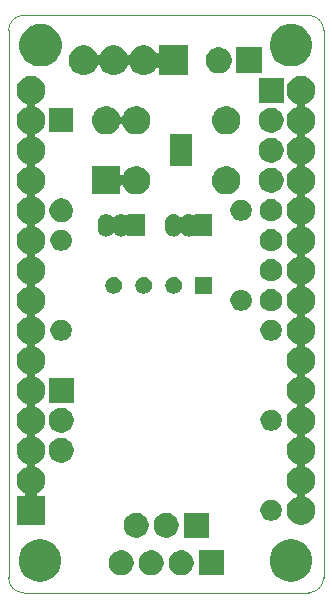
<source format=gbr>
%TF.GenerationSoftware,KiCad,Pcbnew,5.1.5+dfsg1-2~bpo10+1*%
%TF.CreationDate,Date%
%TF.ProjectId,PIS,5049532e-6b69-4636-9164-5f7063625858,rev?*%
%TF.SameCoordinates,Original*%
%TF.FileFunction,Soldermask,Top*%
%TF.FilePolarity,Negative*%
%FSLAX45Y45*%
G04 Gerber Fmt 4.5, Leading zero omitted, Abs format (unit mm)*
G04 Created by KiCad*
%MOMM*%
%LPD*%
G04 APERTURE LIST*
%ADD10C,0.120000*%
%ADD11C,0.150000*%
G04 APERTURE END LIST*
D10*
X-190500Y4063511D02*
G75*
G02X-63500Y4190511I127000J0D01*
G01*
X2476500Y-571500D02*
G75*
G02X2349500Y-698500I-127000J0D01*
G01*
X2349500Y4190511D02*
G75*
G02X2476500Y4063511I0J-127000D01*
G01*
X-63500Y-698989D02*
G75*
G02X-190500Y-571989I0J127000D01*
G01*
X2476500Y-571500D02*
X2476500Y4064000D01*
X-63500Y-698500D02*
X2349500Y-698500D01*
X-190500Y4064000D02*
X-190500Y-571500D01*
X2349500Y4190511D02*
X-63500Y4190511D01*
D11*
G36*
X2235116Y-248459D02*
G01*
X2252504Y-251917D01*
X2285262Y-265486D01*
X2314743Y-285185D01*
X2339815Y-310257D01*
X2359514Y-339738D01*
X2373083Y-372496D01*
X2373083Y-372496D01*
X2380000Y-407271D01*
X2380000Y-442729D01*
X2377591Y-454842D01*
X2373083Y-477504D01*
X2359514Y-510262D01*
X2339815Y-539743D01*
X2314743Y-564815D01*
X2285262Y-584514D01*
X2252504Y-598083D01*
X2235116Y-601541D01*
X2217729Y-605000D01*
X2182271Y-605000D01*
X2164884Y-601541D01*
X2147496Y-598083D01*
X2114738Y-584514D01*
X2085257Y-564815D01*
X2060185Y-539743D01*
X2040486Y-510262D01*
X2026917Y-477504D01*
X2022409Y-454842D01*
X2020000Y-442729D01*
X2020000Y-407271D01*
X2026917Y-372496D01*
X2026917Y-372496D01*
X2040486Y-339738D01*
X2060185Y-310257D01*
X2085257Y-285185D01*
X2114738Y-265486D01*
X2147496Y-251917D01*
X2164884Y-248459D01*
X2182271Y-245000D01*
X2217729Y-245000D01*
X2235116Y-248459D01*
G37*
G36*
X110116Y-248459D02*
G01*
X127504Y-251917D01*
X160262Y-265486D01*
X189743Y-285185D01*
X214815Y-310257D01*
X234514Y-339738D01*
X248083Y-372496D01*
X248083Y-372496D01*
X255000Y-407271D01*
X255000Y-442729D01*
X252590Y-454842D01*
X248083Y-477504D01*
X234514Y-510262D01*
X214815Y-539743D01*
X189743Y-564815D01*
X160262Y-584514D01*
X127504Y-598083D01*
X110116Y-601541D01*
X92729Y-605000D01*
X57271Y-605000D01*
X39884Y-601541D01*
X22496Y-598083D01*
X-10262Y-584514D01*
X-39743Y-564815D01*
X-64815Y-539743D01*
X-84514Y-510262D01*
X-98083Y-477504D01*
X-102590Y-454842D01*
X-105000Y-442729D01*
X-105000Y-407271D01*
X-98083Y-372496D01*
X-98083Y-372496D01*
X-84514Y-339738D01*
X-64815Y-310257D01*
X-39743Y-285185D01*
X-10262Y-265486D01*
X22496Y-251917D01*
X39884Y-248459D01*
X57271Y-245000D01*
X92729Y-245000D01*
X110116Y-248459D01*
G37*
G36*
X1282869Y-340003D02*
G01*
X1300627Y-343535D01*
X1319736Y-351450D01*
X1336934Y-362941D01*
X1351559Y-377566D01*
X1363050Y-394764D01*
X1370965Y-413873D01*
X1375000Y-434158D01*
X1375000Y-454842D01*
X1370965Y-475127D01*
X1363050Y-494236D01*
X1351559Y-511434D01*
X1336934Y-526059D01*
X1319736Y-537550D01*
X1300627Y-545465D01*
X1282869Y-548997D01*
X1280342Y-549500D01*
X1259658Y-549500D01*
X1257131Y-548997D01*
X1239373Y-545465D01*
X1220264Y-537550D01*
X1203066Y-526059D01*
X1188441Y-511434D01*
X1176950Y-494236D01*
X1169035Y-475127D01*
X1165000Y-454842D01*
X1165000Y-434158D01*
X1169035Y-413873D01*
X1176950Y-394764D01*
X1188441Y-377566D01*
X1203066Y-362941D01*
X1220264Y-351450D01*
X1239373Y-343535D01*
X1257131Y-340003D01*
X1259658Y-339500D01*
X1280342Y-339500D01*
X1282869Y-340003D01*
G37*
G36*
X1028869Y-340003D02*
G01*
X1046627Y-343535D01*
X1065736Y-351450D01*
X1082934Y-362941D01*
X1097559Y-377566D01*
X1109050Y-394764D01*
X1116965Y-413873D01*
X1121000Y-434158D01*
X1121000Y-454842D01*
X1116965Y-475127D01*
X1109050Y-494236D01*
X1097559Y-511434D01*
X1082934Y-526059D01*
X1065736Y-537550D01*
X1046627Y-545465D01*
X1028869Y-548997D01*
X1026342Y-549500D01*
X1005658Y-549500D01*
X1003131Y-548997D01*
X985373Y-545465D01*
X966264Y-537550D01*
X949066Y-526059D01*
X934441Y-511434D01*
X922950Y-494236D01*
X915035Y-475127D01*
X911000Y-454842D01*
X911000Y-434158D01*
X915035Y-413873D01*
X922950Y-394764D01*
X934441Y-377566D01*
X949066Y-362941D01*
X966264Y-351450D01*
X985373Y-343535D01*
X1003131Y-340003D01*
X1005658Y-339500D01*
X1026342Y-339500D01*
X1028869Y-340003D01*
G37*
G36*
X774869Y-340003D02*
G01*
X792627Y-343535D01*
X811736Y-351450D01*
X828934Y-362941D01*
X843559Y-377566D01*
X855050Y-394764D01*
X862965Y-413873D01*
X867000Y-434158D01*
X867000Y-454842D01*
X862965Y-475127D01*
X855050Y-494236D01*
X843559Y-511434D01*
X828934Y-526059D01*
X811736Y-537550D01*
X792627Y-545465D01*
X774869Y-548997D01*
X772342Y-549500D01*
X751658Y-549500D01*
X749131Y-548997D01*
X731373Y-545465D01*
X712264Y-537550D01*
X695066Y-526059D01*
X680441Y-511434D01*
X668950Y-494236D01*
X661035Y-475127D01*
X657000Y-454842D01*
X657000Y-434158D01*
X661035Y-413873D01*
X668950Y-394764D01*
X680441Y-377566D01*
X695066Y-362941D01*
X712264Y-351450D01*
X731373Y-343535D01*
X749131Y-340003D01*
X751658Y-339500D01*
X772342Y-339500D01*
X774869Y-340003D01*
G37*
G36*
X1629000Y-549500D02*
G01*
X1419000Y-549500D01*
X1419000Y-339500D01*
X1629000Y-339500D01*
X1629000Y-549500D01*
G37*
G36*
X1155869Y-22503D02*
G01*
X1173627Y-26035D01*
X1192736Y-33950D01*
X1209934Y-45441D01*
X1224559Y-60066D01*
X1236050Y-77264D01*
X1243965Y-96373D01*
X1248000Y-116658D01*
X1248000Y-137342D01*
X1243965Y-157627D01*
X1236050Y-176736D01*
X1224559Y-193934D01*
X1209934Y-208559D01*
X1192736Y-220050D01*
X1173627Y-227965D01*
X1155869Y-231497D01*
X1153342Y-232000D01*
X1132658Y-232000D01*
X1130131Y-231497D01*
X1112373Y-227965D01*
X1093264Y-220050D01*
X1076066Y-208559D01*
X1061441Y-193934D01*
X1049950Y-176736D01*
X1042035Y-157627D01*
X1038000Y-137342D01*
X1038000Y-116658D01*
X1042035Y-96373D01*
X1049950Y-77264D01*
X1061441Y-60066D01*
X1076066Y-45441D01*
X1093264Y-33950D01*
X1112373Y-26035D01*
X1130131Y-22503D01*
X1132658Y-22000D01*
X1153342Y-22000D01*
X1155869Y-22503D01*
G37*
G36*
X1502000Y-232000D02*
G01*
X1292000Y-232000D01*
X1292000Y-22000D01*
X1502000Y-22000D01*
X1502000Y-232000D01*
G37*
G36*
X901869Y-22503D02*
G01*
X919627Y-26035D01*
X938736Y-33950D01*
X955934Y-45441D01*
X970559Y-60066D01*
X982050Y-77264D01*
X989965Y-96373D01*
X994000Y-116658D01*
X994000Y-137342D01*
X989965Y-157627D01*
X982050Y-176736D01*
X970559Y-193934D01*
X955934Y-208559D01*
X938736Y-220050D01*
X919627Y-227965D01*
X901869Y-231497D01*
X899342Y-232000D01*
X878658Y-232000D01*
X876131Y-231497D01*
X858373Y-227965D01*
X839264Y-220050D01*
X822066Y-208559D01*
X807441Y-193934D01*
X795950Y-176736D01*
X788035Y-157627D01*
X784000Y-137342D01*
X784000Y-116658D01*
X788035Y-96373D01*
X795950Y-77264D01*
X807441Y-60066D01*
X822066Y-45441D01*
X839264Y-33950D01*
X858373Y-26035D01*
X876131Y-22503D01*
X878658Y-22000D01*
X899342Y-22000D01*
X901869Y-22503D01*
G37*
G36*
X2321469Y3672927D02*
G01*
X2343599Y3663761D01*
X2343599Y3663760D01*
X2363516Y3650453D01*
X2380453Y3633515D01*
X2393761Y3613599D01*
X2393761Y3613599D01*
X2402927Y3591469D01*
X2407600Y3567977D01*
X2407600Y3544023D01*
X2402927Y3520531D01*
X2393761Y3498401D01*
X2393761Y3498401D01*
X2380453Y3478484D01*
X2363516Y3461547D01*
X2343599Y3448239D01*
X2343599Y3448239D01*
X2343599Y3448239D01*
X2325032Y3440548D01*
X2322870Y3439393D01*
X2320976Y3437839D01*
X2319422Y3435944D01*
X2318267Y3433783D01*
X2317555Y3431439D01*
X2317315Y3429000D01*
X2317555Y3426561D01*
X2318267Y3424216D01*
X2319422Y3422055D01*
X2320976Y3420161D01*
X2322871Y3418607D01*
X2325032Y3417452D01*
X2343599Y3409761D01*
X2343599Y3409760D01*
X2363516Y3396453D01*
X2380453Y3379515D01*
X2387524Y3368933D01*
X2393761Y3359599D01*
X2402927Y3337469D01*
X2407600Y3313977D01*
X2407600Y3290023D01*
X2402927Y3266531D01*
X2393761Y3244401D01*
X2393761Y3244401D01*
X2380453Y3224484D01*
X2363516Y3207547D01*
X2343599Y3194239D01*
X2343599Y3194239D01*
X2343599Y3194239D01*
X2325032Y3186548D01*
X2322870Y3185393D01*
X2320976Y3183839D01*
X2319422Y3181944D01*
X2318267Y3179783D01*
X2317555Y3177439D01*
X2317315Y3175000D01*
X2317555Y3172561D01*
X2318267Y3170216D01*
X2319422Y3168055D01*
X2320976Y3166161D01*
X2322871Y3164607D01*
X2325032Y3163452D01*
X2343599Y3155761D01*
X2343599Y3155760D01*
X2363516Y3142453D01*
X2380453Y3125515D01*
X2387524Y3114933D01*
X2393761Y3105599D01*
X2402927Y3083469D01*
X2407600Y3059977D01*
X2407600Y3036023D01*
X2402927Y3012531D01*
X2397018Y2998264D01*
X2393761Y2990401D01*
X2380453Y2970484D01*
X2363516Y2953547D01*
X2343599Y2940239D01*
X2343599Y2940239D01*
X2343599Y2940239D01*
X2325032Y2932548D01*
X2322870Y2931393D01*
X2320976Y2929839D01*
X2319422Y2927944D01*
X2318267Y2925783D01*
X2317555Y2923439D01*
X2317315Y2921000D01*
X2317555Y2918561D01*
X2318267Y2916216D01*
X2319422Y2914055D01*
X2320976Y2912161D01*
X2322871Y2910607D01*
X2325032Y2909452D01*
X2343599Y2901761D01*
X2343599Y2901760D01*
X2363516Y2888453D01*
X2380453Y2871515D01*
X2387524Y2860933D01*
X2393761Y2851599D01*
X2402927Y2829469D01*
X2407600Y2805977D01*
X2407600Y2782023D01*
X2402927Y2758531D01*
X2393761Y2736401D01*
X2393761Y2736401D01*
X2380453Y2716485D01*
X2363516Y2699547D01*
X2343599Y2686240D01*
X2343599Y2686239D01*
X2343599Y2686239D01*
X2325032Y2678548D01*
X2322870Y2677393D01*
X2320976Y2675839D01*
X2319422Y2673945D01*
X2318267Y2671784D01*
X2317555Y2669439D01*
X2317315Y2667000D01*
X2317555Y2664561D01*
X2318267Y2662217D01*
X2319422Y2660055D01*
X2320976Y2658161D01*
X2322871Y2656607D01*
X2325032Y2655452D01*
X2343599Y2647761D01*
X2343599Y2647761D01*
X2363516Y2634453D01*
X2380453Y2617516D01*
X2391783Y2600559D01*
X2393761Y2597599D01*
X2402927Y2575469D01*
X2407600Y2551977D01*
X2407600Y2528023D01*
X2402927Y2504531D01*
X2393780Y2482449D01*
X2393761Y2482401D01*
X2380453Y2462485D01*
X2363516Y2445547D01*
X2343599Y2432240D01*
X2343599Y2432239D01*
X2343599Y2432239D01*
X2325032Y2424548D01*
X2322870Y2423393D01*
X2320976Y2421839D01*
X2319422Y2419945D01*
X2318267Y2417784D01*
X2317555Y2415439D01*
X2317315Y2413000D01*
X2317555Y2410561D01*
X2318267Y2408217D01*
X2319422Y2406055D01*
X2320976Y2404161D01*
X2322871Y2402607D01*
X2325032Y2401452D01*
X2343599Y2393761D01*
X2343599Y2393761D01*
X2363516Y2380453D01*
X2380453Y2363516D01*
X2393761Y2343599D01*
X2393761Y2343599D01*
X2402927Y2321469D01*
X2407600Y2297977D01*
X2407600Y2274023D01*
X2402927Y2250531D01*
X2393761Y2228401D01*
X2393761Y2228401D01*
X2380453Y2208485D01*
X2363516Y2191547D01*
X2343599Y2178240D01*
X2343599Y2178239D01*
X2343599Y2178239D01*
X2325032Y2170548D01*
X2322870Y2169393D01*
X2320976Y2167839D01*
X2319422Y2165945D01*
X2318267Y2163784D01*
X2317555Y2161439D01*
X2317315Y2159000D01*
X2317555Y2156561D01*
X2318267Y2154217D01*
X2319422Y2152055D01*
X2320976Y2150161D01*
X2322871Y2148607D01*
X2325032Y2147452D01*
X2343599Y2139761D01*
X2343599Y2139761D01*
X2363516Y2126453D01*
X2380453Y2109516D01*
X2382941Y2105791D01*
X2393761Y2089599D01*
X2402927Y2067469D01*
X2407600Y2043977D01*
X2407600Y2020023D01*
X2402927Y1996531D01*
X2394009Y1975000D01*
X2393761Y1974401D01*
X2380453Y1954484D01*
X2363516Y1937547D01*
X2343599Y1924239D01*
X2343599Y1924239D01*
X2343599Y1924239D01*
X2325032Y1916548D01*
X2322870Y1915393D01*
X2320976Y1913839D01*
X2319422Y1911944D01*
X2318267Y1909783D01*
X2317555Y1907439D01*
X2317315Y1905000D01*
X2317555Y1902561D01*
X2318267Y1900216D01*
X2319422Y1898055D01*
X2320976Y1896161D01*
X2322871Y1894607D01*
X2325032Y1893452D01*
X2343599Y1885761D01*
X2343599Y1885760D01*
X2363516Y1872453D01*
X2380453Y1855515D01*
X2393761Y1835599D01*
X2393761Y1835599D01*
X2402927Y1813469D01*
X2407600Y1789977D01*
X2407600Y1766023D01*
X2402927Y1742531D01*
X2393761Y1720401D01*
X2393761Y1720401D01*
X2380453Y1700484D01*
X2363516Y1683547D01*
X2343599Y1670239D01*
X2343599Y1670239D01*
X2343599Y1670239D01*
X2325032Y1662548D01*
X2322870Y1661393D01*
X2320976Y1659839D01*
X2319422Y1657944D01*
X2318267Y1655783D01*
X2317555Y1653439D01*
X2317315Y1651000D01*
X2317555Y1648561D01*
X2318267Y1646216D01*
X2319422Y1644055D01*
X2320976Y1642161D01*
X2322871Y1640607D01*
X2325032Y1639452D01*
X2343599Y1631761D01*
X2343599Y1631760D01*
X2363516Y1618453D01*
X2380453Y1601515D01*
X2385536Y1593908D01*
X2393761Y1581599D01*
X2402927Y1559469D01*
X2407600Y1535977D01*
X2407600Y1512023D01*
X2402927Y1488531D01*
X2393761Y1466401D01*
X2393761Y1466401D01*
X2380453Y1446484D01*
X2363516Y1429547D01*
X2343599Y1416239D01*
X2343599Y1416239D01*
X2343599Y1416239D01*
X2325032Y1408548D01*
X2322870Y1407393D01*
X2320976Y1405839D01*
X2319422Y1403944D01*
X2318267Y1401783D01*
X2317555Y1399439D01*
X2317315Y1397000D01*
X2317555Y1394561D01*
X2318267Y1392217D01*
X2319422Y1390055D01*
X2320976Y1388161D01*
X2322871Y1386607D01*
X2325032Y1385452D01*
X2343599Y1377761D01*
X2343599Y1377761D01*
X2363516Y1364453D01*
X2380453Y1347516D01*
X2393761Y1327599D01*
X2393761Y1327599D01*
X2402927Y1305469D01*
X2407600Y1281977D01*
X2407600Y1258023D01*
X2402927Y1234531D01*
X2393761Y1212401D01*
X2393761Y1212401D01*
X2380453Y1192485D01*
X2363516Y1175547D01*
X2343599Y1162240D01*
X2343599Y1162239D01*
X2343599Y1162239D01*
X2325032Y1154548D01*
X2322870Y1153393D01*
X2320976Y1151839D01*
X2319422Y1149945D01*
X2318267Y1147784D01*
X2317555Y1145439D01*
X2317315Y1143000D01*
X2317555Y1140561D01*
X2318267Y1138217D01*
X2319422Y1136055D01*
X2320976Y1134161D01*
X2322871Y1132607D01*
X2325032Y1131452D01*
X2343599Y1123761D01*
X2343599Y1123761D01*
X2363516Y1110453D01*
X2380453Y1093516D01*
X2393761Y1073599D01*
X2393761Y1073599D01*
X2402927Y1051469D01*
X2407600Y1027977D01*
X2407600Y1004023D01*
X2402927Y980531D01*
X2393761Y958401D01*
X2393761Y958401D01*
X2380453Y938484D01*
X2363516Y921547D01*
X2343599Y908239D01*
X2343599Y908239D01*
X2343599Y908239D01*
X2325032Y900548D01*
X2322870Y899393D01*
X2320976Y897839D01*
X2319422Y895944D01*
X2318267Y893783D01*
X2317555Y891439D01*
X2317315Y889000D01*
X2317555Y886561D01*
X2318267Y884216D01*
X2319422Y882055D01*
X2320976Y880161D01*
X2322871Y878607D01*
X2325032Y877452D01*
X2343599Y869761D01*
X2343599Y869760D01*
X2363516Y856453D01*
X2380453Y839515D01*
X2387524Y828933D01*
X2393761Y819599D01*
X2402927Y797469D01*
X2407600Y773977D01*
X2407600Y750023D01*
X2402927Y726531D01*
X2393761Y704401D01*
X2393761Y704401D01*
X2380453Y684485D01*
X2363516Y667547D01*
X2343599Y654240D01*
X2343599Y654239D01*
X2343599Y654239D01*
X2325032Y646548D01*
X2322870Y645393D01*
X2320976Y643839D01*
X2319422Y641945D01*
X2318267Y639784D01*
X2317555Y637439D01*
X2317315Y635000D01*
X2317555Y632561D01*
X2318267Y630217D01*
X2319422Y628055D01*
X2320976Y626161D01*
X2322871Y624607D01*
X2325032Y623452D01*
X2343599Y615761D01*
X2343599Y615761D01*
X2363516Y602453D01*
X2380453Y585516D01*
X2387524Y574934D01*
X2393761Y565599D01*
X2402927Y543469D01*
X2407600Y519977D01*
X2407600Y496023D01*
X2402927Y472531D01*
X2397018Y458264D01*
X2393761Y450401D01*
X2380453Y430484D01*
X2363516Y413547D01*
X2343599Y400239D01*
X2343599Y400239D01*
X2343599Y400239D01*
X2325032Y392548D01*
X2322870Y391393D01*
X2320976Y389839D01*
X2319422Y387944D01*
X2318267Y385783D01*
X2317555Y383439D01*
X2317315Y381000D01*
X2317555Y378561D01*
X2318267Y376216D01*
X2319422Y374055D01*
X2320976Y372161D01*
X2322871Y370607D01*
X2325032Y369452D01*
X2343599Y361761D01*
X2343599Y361760D01*
X2363516Y348453D01*
X2380453Y331516D01*
X2393761Y311599D01*
X2393761Y311599D01*
X2402927Y289469D01*
X2407600Y265977D01*
X2407600Y242023D01*
X2402927Y218531D01*
X2393761Y196401D01*
X2393761Y196401D01*
X2380453Y176484D01*
X2363516Y159547D01*
X2343599Y146240D01*
X2343599Y146239D01*
X2343599Y146239D01*
X2325032Y138548D01*
X2322870Y137393D01*
X2320976Y135839D01*
X2319422Y133945D01*
X2318267Y131784D01*
X2317555Y129439D01*
X2317315Y127000D01*
X2317555Y124561D01*
X2318267Y122216D01*
X2319422Y120055D01*
X2320976Y118161D01*
X2322871Y116607D01*
X2325032Y115452D01*
X2343599Y107761D01*
X2343599Y107760D01*
X2363516Y94453D01*
X2380453Y77516D01*
X2385536Y69908D01*
X2393761Y57599D01*
X2402927Y35469D01*
X2407600Y11977D01*
X2407600Y-11977D01*
X2402927Y-35469D01*
X2393761Y-57599D01*
X2393761Y-57599D01*
X2380453Y-77516D01*
X2363516Y-94453D01*
X2343599Y-107760D01*
X2343599Y-107761D01*
X2343599Y-107761D01*
X2321469Y-116927D01*
X2297977Y-121600D01*
X2274023Y-121600D01*
X2250531Y-116927D01*
X2228401Y-107761D01*
X2228401Y-107761D01*
X2228401Y-107760D01*
X2208485Y-94453D01*
X2191547Y-77516D01*
X2178240Y-57599D01*
X2178239Y-57599D01*
X2169073Y-35469D01*
X2164400Y-11977D01*
X2164400Y11977D01*
X2169073Y35469D01*
X2178239Y57599D01*
X2186464Y69908D01*
X2191547Y77516D01*
X2208485Y94453D01*
X2228401Y107760D01*
X2228401Y107761D01*
X2246969Y115452D01*
X2249130Y116607D01*
X2251024Y118161D01*
X2252578Y120055D01*
X2253733Y122216D01*
X2254445Y124561D01*
X2254685Y127000D01*
X2254445Y129439D01*
X2253733Y131784D01*
X2252578Y133945D01*
X2251024Y135839D01*
X2249130Y137393D01*
X2246969Y138548D01*
X2228401Y146239D01*
X2228401Y146239D01*
X2228401Y146240D01*
X2208485Y159547D01*
X2191547Y176484D01*
X2178240Y196401D01*
X2178239Y196401D01*
X2169073Y218531D01*
X2164400Y242023D01*
X2164400Y265977D01*
X2169073Y289469D01*
X2178239Y311599D01*
X2178240Y311599D01*
X2191547Y331516D01*
X2208485Y348453D01*
X2228401Y361760D01*
X2228401Y361761D01*
X2246969Y369452D01*
X2249130Y370607D01*
X2251024Y372161D01*
X2252578Y374055D01*
X2253733Y376216D01*
X2254445Y378561D01*
X2254685Y381000D01*
X2254445Y383439D01*
X2253733Y385783D01*
X2252578Y387945D01*
X2251024Y389839D01*
X2249130Y391393D01*
X2246969Y392548D01*
X2228401Y400239D01*
X2228401Y400239D01*
X2228401Y400239D01*
X2208485Y413547D01*
X2191547Y430484D01*
X2178240Y450401D01*
X2174982Y458264D01*
X2169073Y472531D01*
X2164400Y496023D01*
X2164400Y519977D01*
X2169073Y543469D01*
X2178239Y565599D01*
X2184477Y574934D01*
X2191547Y585516D01*
X2208485Y602453D01*
X2228401Y615761D01*
X2228401Y615761D01*
X2246969Y623452D01*
X2249130Y624607D01*
X2251024Y626161D01*
X2252578Y628056D01*
X2253733Y630217D01*
X2254445Y632561D01*
X2254685Y635000D01*
X2254445Y637439D01*
X2253733Y639784D01*
X2252578Y641945D01*
X2251024Y643839D01*
X2249130Y645393D01*
X2246969Y646548D01*
X2228401Y654239D01*
X2228401Y654239D01*
X2228401Y654240D01*
X2208485Y667547D01*
X2191547Y684485D01*
X2178240Y704401D01*
X2178239Y704401D01*
X2169073Y726531D01*
X2164400Y750023D01*
X2164400Y773977D01*
X2169073Y797469D01*
X2178239Y819599D01*
X2184477Y828933D01*
X2191547Y839515D01*
X2208485Y856453D01*
X2228401Y869760D01*
X2228401Y869761D01*
X2246969Y877452D01*
X2249130Y878607D01*
X2251024Y880161D01*
X2252578Y882055D01*
X2253733Y884216D01*
X2254445Y886561D01*
X2254685Y889000D01*
X2254445Y891439D01*
X2253733Y893783D01*
X2252578Y895945D01*
X2251024Y897839D01*
X2249130Y899393D01*
X2246969Y900548D01*
X2228401Y908239D01*
X2228401Y908239D01*
X2228401Y908239D01*
X2208485Y921547D01*
X2191547Y938484D01*
X2178240Y958401D01*
X2178239Y958401D01*
X2169073Y980531D01*
X2164400Y1004023D01*
X2164400Y1027977D01*
X2169073Y1051469D01*
X2178239Y1073599D01*
X2178240Y1073599D01*
X2191547Y1093516D01*
X2208485Y1110453D01*
X2228401Y1123761D01*
X2228401Y1123761D01*
X2246969Y1131452D01*
X2249130Y1132607D01*
X2251024Y1134161D01*
X2252578Y1136056D01*
X2253733Y1138217D01*
X2254445Y1140561D01*
X2254685Y1143000D01*
X2254445Y1145439D01*
X2253733Y1147784D01*
X2252578Y1149945D01*
X2251024Y1151839D01*
X2249130Y1153393D01*
X2246969Y1154548D01*
X2228401Y1162239D01*
X2228401Y1162239D01*
X2228401Y1162240D01*
X2208485Y1175547D01*
X2191547Y1192485D01*
X2178240Y1212401D01*
X2178239Y1212401D01*
X2169073Y1234531D01*
X2164400Y1258023D01*
X2164400Y1281977D01*
X2169073Y1305469D01*
X2178239Y1327599D01*
X2178240Y1327599D01*
X2191547Y1347516D01*
X2208485Y1364453D01*
X2228401Y1377761D01*
X2228401Y1377761D01*
X2246969Y1385452D01*
X2249130Y1386607D01*
X2251024Y1388161D01*
X2252578Y1390056D01*
X2253733Y1392217D01*
X2254445Y1394561D01*
X2254685Y1397000D01*
X2254445Y1399439D01*
X2253733Y1401783D01*
X2252578Y1403945D01*
X2251024Y1405839D01*
X2249130Y1407393D01*
X2246969Y1408548D01*
X2228401Y1416239D01*
X2228401Y1416239D01*
X2228401Y1416239D01*
X2208485Y1429547D01*
X2191547Y1446484D01*
X2178240Y1466401D01*
X2178239Y1466401D01*
X2169073Y1488531D01*
X2164400Y1512023D01*
X2164400Y1535977D01*
X2169073Y1559469D01*
X2178239Y1581599D01*
X2186464Y1593908D01*
X2191547Y1601515D01*
X2208485Y1618453D01*
X2228401Y1631760D01*
X2228401Y1631761D01*
X2246969Y1639452D01*
X2249130Y1640607D01*
X2251024Y1642161D01*
X2252578Y1644055D01*
X2253733Y1646216D01*
X2254445Y1648561D01*
X2254685Y1651000D01*
X2254445Y1653439D01*
X2253733Y1655783D01*
X2252578Y1657945D01*
X2251024Y1659839D01*
X2249130Y1661393D01*
X2246969Y1662548D01*
X2228401Y1670239D01*
X2228401Y1670239D01*
X2228401Y1670239D01*
X2208485Y1683547D01*
X2191547Y1700484D01*
X2178240Y1720401D01*
X2178239Y1720401D01*
X2169073Y1742531D01*
X2164400Y1766023D01*
X2164400Y1789977D01*
X2169073Y1813469D01*
X2178239Y1835599D01*
X2178240Y1835599D01*
X2191547Y1855515D01*
X2208485Y1872453D01*
X2228401Y1885760D01*
X2228401Y1885761D01*
X2246969Y1893452D01*
X2249130Y1894607D01*
X2251024Y1896161D01*
X2252578Y1898055D01*
X2253733Y1900216D01*
X2254445Y1902561D01*
X2254685Y1905000D01*
X2254445Y1907439D01*
X2253733Y1909783D01*
X2252578Y1911945D01*
X2251024Y1913839D01*
X2249130Y1915393D01*
X2246969Y1916548D01*
X2228401Y1924239D01*
X2228401Y1924239D01*
X2228401Y1924239D01*
X2208485Y1937547D01*
X2191547Y1954484D01*
X2178240Y1974401D01*
X2177991Y1975000D01*
X2169073Y1996531D01*
X2164400Y2020023D01*
X2164400Y2043977D01*
X2169073Y2067469D01*
X2178239Y2089599D01*
X2189059Y2105791D01*
X2191547Y2109516D01*
X2208485Y2126453D01*
X2228401Y2139761D01*
X2228401Y2139761D01*
X2246969Y2147452D01*
X2249130Y2148607D01*
X2251024Y2150161D01*
X2252578Y2152056D01*
X2253733Y2154217D01*
X2254445Y2156561D01*
X2254685Y2159000D01*
X2254445Y2161439D01*
X2253733Y2163784D01*
X2252578Y2165945D01*
X2251024Y2167839D01*
X2249130Y2169393D01*
X2246969Y2170548D01*
X2228401Y2178239D01*
X2228401Y2178239D01*
X2228401Y2178240D01*
X2208485Y2191547D01*
X2191547Y2208485D01*
X2178240Y2228401D01*
X2178239Y2228401D01*
X2169073Y2250531D01*
X2164400Y2274023D01*
X2164400Y2297977D01*
X2169073Y2321469D01*
X2178239Y2343599D01*
X2178240Y2343599D01*
X2191547Y2363516D01*
X2208485Y2380453D01*
X2228401Y2393761D01*
X2228401Y2393761D01*
X2246969Y2401452D01*
X2249130Y2402607D01*
X2251024Y2404161D01*
X2252578Y2406056D01*
X2253733Y2408217D01*
X2254445Y2410561D01*
X2254685Y2413000D01*
X2254445Y2415439D01*
X2253733Y2417784D01*
X2252578Y2419945D01*
X2251024Y2421839D01*
X2249130Y2423393D01*
X2246969Y2424548D01*
X2228401Y2432239D01*
X2228401Y2432239D01*
X2228401Y2432240D01*
X2208485Y2445547D01*
X2191547Y2462485D01*
X2178240Y2482401D01*
X2178220Y2482449D01*
X2169073Y2504531D01*
X2164400Y2528023D01*
X2164400Y2551977D01*
X2169073Y2575469D01*
X2178239Y2597599D01*
X2180217Y2600559D01*
X2191547Y2617516D01*
X2208485Y2634453D01*
X2228401Y2647761D01*
X2228401Y2647761D01*
X2246969Y2655452D01*
X2249130Y2656607D01*
X2251024Y2658161D01*
X2252578Y2660056D01*
X2253733Y2662217D01*
X2254445Y2664561D01*
X2254685Y2667000D01*
X2254445Y2669439D01*
X2253733Y2671784D01*
X2252578Y2673945D01*
X2251024Y2675839D01*
X2249130Y2677393D01*
X2246969Y2678548D01*
X2228401Y2686239D01*
X2228401Y2686239D01*
X2228401Y2686240D01*
X2208485Y2699547D01*
X2191547Y2716485D01*
X2178240Y2736401D01*
X2178239Y2736401D01*
X2169073Y2758531D01*
X2164400Y2782023D01*
X2164400Y2805977D01*
X2169073Y2829469D01*
X2178239Y2851599D01*
X2184477Y2860933D01*
X2191547Y2871515D01*
X2208485Y2888453D01*
X2228401Y2901760D01*
X2228401Y2901761D01*
X2246969Y2909452D01*
X2249130Y2910607D01*
X2251024Y2912161D01*
X2252578Y2914055D01*
X2253733Y2916216D01*
X2254445Y2918561D01*
X2254685Y2921000D01*
X2254445Y2923439D01*
X2253733Y2925783D01*
X2252578Y2927945D01*
X2251024Y2929839D01*
X2249130Y2931393D01*
X2246969Y2932548D01*
X2228401Y2940239D01*
X2228401Y2940239D01*
X2228401Y2940239D01*
X2208485Y2953547D01*
X2191547Y2970484D01*
X2178240Y2990401D01*
X2174982Y2998264D01*
X2169073Y3012531D01*
X2164400Y3036023D01*
X2164400Y3059977D01*
X2169073Y3083469D01*
X2178239Y3105599D01*
X2184477Y3114933D01*
X2191547Y3125515D01*
X2208485Y3142453D01*
X2228401Y3155760D01*
X2228401Y3155761D01*
X2246969Y3163452D01*
X2249130Y3164607D01*
X2251024Y3166161D01*
X2252578Y3168055D01*
X2253733Y3170216D01*
X2254445Y3172561D01*
X2254685Y3175000D01*
X2254445Y3177439D01*
X2253733Y3179783D01*
X2252578Y3181945D01*
X2251024Y3183839D01*
X2249130Y3185393D01*
X2246969Y3186548D01*
X2228401Y3194239D01*
X2228401Y3194239D01*
X2228401Y3194239D01*
X2208485Y3207547D01*
X2191547Y3224484D01*
X2178240Y3244401D01*
X2178239Y3244401D01*
X2169073Y3266531D01*
X2164400Y3290023D01*
X2164400Y3313977D01*
X2169073Y3337469D01*
X2178239Y3359599D01*
X2184477Y3368933D01*
X2191547Y3379515D01*
X2208485Y3396453D01*
X2228401Y3409760D01*
X2228401Y3409761D01*
X2246969Y3417452D01*
X2249130Y3418607D01*
X2251024Y3420161D01*
X2252578Y3422055D01*
X2253733Y3424216D01*
X2254445Y3426561D01*
X2254685Y3429000D01*
X2254445Y3431439D01*
X2253733Y3433783D01*
X2252578Y3435945D01*
X2251024Y3437839D01*
X2249130Y3439393D01*
X2246969Y3440548D01*
X2228401Y3448239D01*
X2228401Y3448239D01*
X2228401Y3448239D01*
X2208485Y3461547D01*
X2191547Y3478484D01*
X2178240Y3498401D01*
X2178239Y3498401D01*
X2169073Y3520531D01*
X2164400Y3544023D01*
X2164400Y3567977D01*
X2169073Y3591469D01*
X2178239Y3613599D01*
X2178240Y3613599D01*
X2191547Y3633515D01*
X2208485Y3650453D01*
X2228401Y3663760D01*
X2228401Y3663761D01*
X2250531Y3672927D01*
X2274023Y3677600D01*
X2297977Y3677600D01*
X2321469Y3672927D01*
G37*
G36*
X35469Y3672927D02*
G01*
X57599Y3663761D01*
X57599Y3663760D01*
X77516Y3650453D01*
X94453Y3633515D01*
X107760Y3613599D01*
X107761Y3613599D01*
X116927Y3591469D01*
X121600Y3567977D01*
X121600Y3544023D01*
X116927Y3520531D01*
X107761Y3498401D01*
X107760Y3498401D01*
X94453Y3478484D01*
X77516Y3461547D01*
X57599Y3448239D01*
X57599Y3448239D01*
X57599Y3448239D01*
X39032Y3440548D01*
X36870Y3439393D01*
X34976Y3437839D01*
X33422Y3435944D01*
X32267Y3433783D01*
X31555Y3431439D01*
X31315Y3429000D01*
X31555Y3426561D01*
X32267Y3424216D01*
X33422Y3422055D01*
X34976Y3420161D01*
X36871Y3418607D01*
X39032Y3417452D01*
X57599Y3409761D01*
X57599Y3409760D01*
X77516Y3396453D01*
X94453Y3379515D01*
X101523Y3368933D01*
X107761Y3359599D01*
X116927Y3337469D01*
X121600Y3313977D01*
X121600Y3290023D01*
X116927Y3266531D01*
X107761Y3244401D01*
X107760Y3244401D01*
X94453Y3224484D01*
X77516Y3207547D01*
X57599Y3194239D01*
X57599Y3194239D01*
X57599Y3194239D01*
X39032Y3186548D01*
X36870Y3185393D01*
X34976Y3183839D01*
X33422Y3181944D01*
X32267Y3179783D01*
X31555Y3177439D01*
X31315Y3175000D01*
X31555Y3172561D01*
X32267Y3170216D01*
X33422Y3168055D01*
X34976Y3166161D01*
X36871Y3164607D01*
X39032Y3163452D01*
X57599Y3155761D01*
X57599Y3155760D01*
X77516Y3142453D01*
X94453Y3125515D01*
X101523Y3114933D01*
X107761Y3105599D01*
X116927Y3083469D01*
X121600Y3059977D01*
X121600Y3036023D01*
X116927Y3012531D01*
X111018Y2998264D01*
X107760Y2990401D01*
X94453Y2970484D01*
X77516Y2953547D01*
X57599Y2940239D01*
X57599Y2940239D01*
X57599Y2940239D01*
X39032Y2932548D01*
X36870Y2931393D01*
X34976Y2929839D01*
X33422Y2927944D01*
X32267Y2925783D01*
X31555Y2923439D01*
X31315Y2921000D01*
X31555Y2918561D01*
X32267Y2916216D01*
X33422Y2914055D01*
X34976Y2912161D01*
X36871Y2910607D01*
X39032Y2909452D01*
X57599Y2901761D01*
X57599Y2901760D01*
X77516Y2888453D01*
X94453Y2871515D01*
X101523Y2860933D01*
X107761Y2851599D01*
X116927Y2829469D01*
X121600Y2805977D01*
X121600Y2782023D01*
X116927Y2758531D01*
X107761Y2736401D01*
X107760Y2736401D01*
X94453Y2716485D01*
X77516Y2699547D01*
X57599Y2686240D01*
X57599Y2686239D01*
X57599Y2686239D01*
X39032Y2678548D01*
X36870Y2677393D01*
X34976Y2675839D01*
X33422Y2673945D01*
X32267Y2671784D01*
X31555Y2669439D01*
X31315Y2667000D01*
X31555Y2664561D01*
X32267Y2662217D01*
X33422Y2660055D01*
X34976Y2658161D01*
X36871Y2656607D01*
X39032Y2655452D01*
X57599Y2647761D01*
X57599Y2647761D01*
X77516Y2634453D01*
X94453Y2617516D01*
X105783Y2600559D01*
X107761Y2597599D01*
X116927Y2575469D01*
X121600Y2551977D01*
X121600Y2528023D01*
X116927Y2504531D01*
X107780Y2482449D01*
X107760Y2482401D01*
X94453Y2462485D01*
X77516Y2445547D01*
X57599Y2432240D01*
X57599Y2432239D01*
X57599Y2432239D01*
X39032Y2424548D01*
X36870Y2423393D01*
X34976Y2421839D01*
X33422Y2419945D01*
X32267Y2417784D01*
X31555Y2415439D01*
X31315Y2413000D01*
X31555Y2410561D01*
X32267Y2408217D01*
X33422Y2406055D01*
X34976Y2404161D01*
X36871Y2402607D01*
X39032Y2401452D01*
X57599Y2393761D01*
X57599Y2393761D01*
X77516Y2380453D01*
X94453Y2363516D01*
X107760Y2343599D01*
X107761Y2343599D01*
X116927Y2321469D01*
X121600Y2297977D01*
X121600Y2274023D01*
X116927Y2250531D01*
X107761Y2228401D01*
X107760Y2228401D01*
X94453Y2208485D01*
X77516Y2191547D01*
X57599Y2178240D01*
X57599Y2178239D01*
X57599Y2178239D01*
X39032Y2170548D01*
X36870Y2169393D01*
X34976Y2167839D01*
X33422Y2165945D01*
X32267Y2163784D01*
X31555Y2161439D01*
X31315Y2159000D01*
X31555Y2156561D01*
X32267Y2154217D01*
X33422Y2152055D01*
X34976Y2150161D01*
X36871Y2148607D01*
X39032Y2147452D01*
X57599Y2139761D01*
X57599Y2139761D01*
X77516Y2126453D01*
X94453Y2109516D01*
X96941Y2105791D01*
X107761Y2089599D01*
X116927Y2067469D01*
X121600Y2043977D01*
X121600Y2020023D01*
X116927Y1996531D01*
X108009Y1975000D01*
X107760Y1974401D01*
X94453Y1954484D01*
X77516Y1937547D01*
X57599Y1924239D01*
X57599Y1924239D01*
X57599Y1924239D01*
X39032Y1916548D01*
X36870Y1915393D01*
X34976Y1913839D01*
X33422Y1911944D01*
X32267Y1909783D01*
X31555Y1907439D01*
X31315Y1905000D01*
X31555Y1902561D01*
X32267Y1900216D01*
X33422Y1898055D01*
X34976Y1896161D01*
X36871Y1894607D01*
X39032Y1893452D01*
X57599Y1885761D01*
X57599Y1885760D01*
X77516Y1872453D01*
X94453Y1855515D01*
X107760Y1835599D01*
X107761Y1835599D01*
X116927Y1813469D01*
X121600Y1789977D01*
X121600Y1766023D01*
X116927Y1742531D01*
X107761Y1720401D01*
X107760Y1720401D01*
X94453Y1700484D01*
X77516Y1683547D01*
X57599Y1670239D01*
X57599Y1670239D01*
X57599Y1670239D01*
X39032Y1662548D01*
X36870Y1661393D01*
X34976Y1659839D01*
X33422Y1657944D01*
X32267Y1655783D01*
X31555Y1653439D01*
X31315Y1651000D01*
X31555Y1648561D01*
X32267Y1646216D01*
X33422Y1644055D01*
X34976Y1642161D01*
X36871Y1640607D01*
X39032Y1639452D01*
X57599Y1631761D01*
X57599Y1631760D01*
X77516Y1618453D01*
X94453Y1601515D01*
X99536Y1593908D01*
X107761Y1581599D01*
X116927Y1559469D01*
X121600Y1535977D01*
X121600Y1512023D01*
X116927Y1488531D01*
X107761Y1466401D01*
X107760Y1466401D01*
X94453Y1446484D01*
X77516Y1429547D01*
X57599Y1416239D01*
X57599Y1416239D01*
X57599Y1416239D01*
X39032Y1408548D01*
X36870Y1407393D01*
X34976Y1405839D01*
X33422Y1403944D01*
X32267Y1401783D01*
X31555Y1399439D01*
X31315Y1397000D01*
X31555Y1394561D01*
X32267Y1392217D01*
X33422Y1390055D01*
X34976Y1388161D01*
X36871Y1386607D01*
X39032Y1385452D01*
X57599Y1377761D01*
X57599Y1377761D01*
X77516Y1364453D01*
X94453Y1347516D01*
X107760Y1327599D01*
X107761Y1327599D01*
X116927Y1305469D01*
X121600Y1281977D01*
X121600Y1258023D01*
X116927Y1234531D01*
X107761Y1212401D01*
X107760Y1212401D01*
X94453Y1192485D01*
X77516Y1175547D01*
X57599Y1162240D01*
X57599Y1162239D01*
X57599Y1162239D01*
X39032Y1154548D01*
X36870Y1153393D01*
X34976Y1151839D01*
X33422Y1149945D01*
X32267Y1147784D01*
X31555Y1145439D01*
X31315Y1143000D01*
X31555Y1140561D01*
X32267Y1138217D01*
X33422Y1136055D01*
X34976Y1134161D01*
X36871Y1132607D01*
X39032Y1131452D01*
X57599Y1123761D01*
X57599Y1123761D01*
X77516Y1110453D01*
X94453Y1093516D01*
X107760Y1073599D01*
X107761Y1073599D01*
X116927Y1051469D01*
X121600Y1027977D01*
X121600Y1004023D01*
X116927Y980531D01*
X107761Y958401D01*
X107760Y958401D01*
X94453Y938484D01*
X77516Y921547D01*
X57599Y908239D01*
X57599Y908239D01*
X57599Y908239D01*
X39032Y900548D01*
X36870Y899393D01*
X34976Y897839D01*
X33422Y895944D01*
X32267Y893783D01*
X31555Y891439D01*
X31315Y889000D01*
X31555Y886561D01*
X32267Y884216D01*
X33422Y882055D01*
X34976Y880161D01*
X36871Y878607D01*
X39032Y877452D01*
X57599Y869761D01*
X57599Y869760D01*
X77516Y856453D01*
X94453Y839515D01*
X101523Y828933D01*
X107761Y819599D01*
X116927Y797469D01*
X121600Y773977D01*
X121600Y750023D01*
X116927Y726531D01*
X107761Y704401D01*
X107760Y704401D01*
X94453Y684485D01*
X77516Y667547D01*
X57599Y654240D01*
X57599Y654239D01*
X57599Y654239D01*
X39032Y646548D01*
X36870Y645393D01*
X34976Y643839D01*
X33422Y641945D01*
X32267Y639784D01*
X31555Y637439D01*
X31315Y635000D01*
X31555Y632561D01*
X32267Y630217D01*
X33422Y628055D01*
X34976Y626161D01*
X36871Y624607D01*
X39032Y623452D01*
X57599Y615761D01*
X57599Y615761D01*
X77516Y602453D01*
X94453Y585516D01*
X101523Y574934D01*
X107761Y565599D01*
X116927Y543469D01*
X121600Y519977D01*
X121600Y496023D01*
X116927Y472531D01*
X111018Y458264D01*
X107760Y450401D01*
X94453Y430484D01*
X77516Y413547D01*
X57599Y400239D01*
X57599Y400239D01*
X57599Y400239D01*
X39032Y392548D01*
X36870Y391393D01*
X34976Y389839D01*
X33422Y387944D01*
X32267Y385783D01*
X31555Y383439D01*
X31315Y381000D01*
X31555Y378561D01*
X32267Y376216D01*
X33422Y374055D01*
X34976Y372161D01*
X36871Y370607D01*
X39032Y369452D01*
X57599Y361761D01*
X57599Y361760D01*
X77516Y348453D01*
X94453Y331516D01*
X107760Y311599D01*
X107761Y311599D01*
X116927Y289469D01*
X121600Y265977D01*
X121600Y242023D01*
X116927Y218531D01*
X107761Y196401D01*
X107760Y196401D01*
X94453Y176484D01*
X77516Y159547D01*
X57599Y146240D01*
X57599Y146239D01*
X57599Y146239D01*
X56172Y145648D01*
X54011Y144493D01*
X52117Y142939D01*
X50562Y141044D01*
X49407Y138883D01*
X48696Y136539D01*
X48456Y134100D01*
X48696Y131661D01*
X49407Y129316D01*
X50562Y127155D01*
X52117Y125261D01*
X54011Y123707D01*
X56172Y122551D01*
X58517Y121840D01*
X60955Y121600D01*
X121600Y121600D01*
X121600Y-121600D01*
X-121600Y-121600D01*
X-121600Y121600D01*
X-60955Y121600D01*
X-58517Y121840D01*
X-56172Y122551D01*
X-54011Y123707D01*
X-52117Y125261D01*
X-50562Y127155D01*
X-49407Y129316D01*
X-48696Y131661D01*
X-48456Y134100D01*
X-48696Y136539D01*
X-49407Y138883D01*
X-50562Y141045D01*
X-52117Y142939D01*
X-54011Y144493D01*
X-56172Y145648D01*
X-57599Y146239D01*
X-57599Y146239D01*
X-57599Y146240D01*
X-77516Y159547D01*
X-94453Y176484D01*
X-107760Y196401D01*
X-107761Y196401D01*
X-116927Y218531D01*
X-121600Y242023D01*
X-121600Y265977D01*
X-116927Y289469D01*
X-107761Y311599D01*
X-107760Y311599D01*
X-94453Y331516D01*
X-77516Y348453D01*
X-57599Y361760D01*
X-57599Y361761D01*
X-39032Y369452D01*
X-36870Y370607D01*
X-34976Y372161D01*
X-33422Y374055D01*
X-32267Y376216D01*
X-31555Y378561D01*
X-31315Y381000D01*
X-31555Y383439D01*
X-32267Y385783D01*
X-33422Y387945D01*
X-34976Y389839D01*
X-36871Y391393D01*
X-39032Y392548D01*
X-57599Y400239D01*
X-57599Y400239D01*
X-57599Y400239D01*
X-77516Y413547D01*
X-94453Y430484D01*
X-107760Y450401D01*
X-111018Y458264D01*
X-116927Y472531D01*
X-121600Y496023D01*
X-121600Y519977D01*
X-116927Y543469D01*
X-107761Y565599D01*
X-101523Y574934D01*
X-94453Y585516D01*
X-77516Y602453D01*
X-57599Y615761D01*
X-57599Y615761D01*
X-39032Y623452D01*
X-36870Y624607D01*
X-34976Y626161D01*
X-33422Y628056D01*
X-32267Y630217D01*
X-31555Y632561D01*
X-31315Y635000D01*
X-31555Y637439D01*
X-32267Y639784D01*
X-33422Y641945D01*
X-34976Y643839D01*
X-36871Y645393D01*
X-39032Y646548D01*
X-57599Y654239D01*
X-57599Y654239D01*
X-57599Y654240D01*
X-77516Y667547D01*
X-94453Y684485D01*
X-107760Y704401D01*
X-107761Y704401D01*
X-116927Y726531D01*
X-121600Y750023D01*
X-121600Y773977D01*
X-116927Y797469D01*
X-107761Y819599D01*
X-101523Y828933D01*
X-94453Y839515D01*
X-77516Y856453D01*
X-57599Y869760D01*
X-57599Y869761D01*
X-39032Y877452D01*
X-36870Y878607D01*
X-34976Y880161D01*
X-33422Y882055D01*
X-32267Y884216D01*
X-31555Y886561D01*
X-31315Y889000D01*
X-31555Y891439D01*
X-32267Y893783D01*
X-33422Y895945D01*
X-34976Y897839D01*
X-36871Y899393D01*
X-39032Y900548D01*
X-57599Y908239D01*
X-57599Y908239D01*
X-57599Y908239D01*
X-77516Y921547D01*
X-94453Y938484D01*
X-107760Y958401D01*
X-107761Y958401D01*
X-116927Y980531D01*
X-121600Y1004023D01*
X-121600Y1027977D01*
X-116927Y1051469D01*
X-107761Y1073599D01*
X-107760Y1073599D01*
X-94453Y1093516D01*
X-77516Y1110453D01*
X-57599Y1123761D01*
X-57599Y1123761D01*
X-39032Y1131452D01*
X-36870Y1132607D01*
X-34976Y1134161D01*
X-33422Y1136056D01*
X-32267Y1138217D01*
X-31555Y1140561D01*
X-31315Y1143000D01*
X-31555Y1145439D01*
X-32267Y1147784D01*
X-33422Y1149945D01*
X-34976Y1151839D01*
X-36871Y1153393D01*
X-39032Y1154548D01*
X-57599Y1162239D01*
X-57599Y1162239D01*
X-57599Y1162240D01*
X-77516Y1175547D01*
X-94453Y1192485D01*
X-107760Y1212401D01*
X-107761Y1212401D01*
X-116927Y1234531D01*
X-121600Y1258023D01*
X-121600Y1281977D01*
X-116927Y1305469D01*
X-107761Y1327599D01*
X-107760Y1327599D01*
X-94453Y1347516D01*
X-77516Y1364453D01*
X-57599Y1377761D01*
X-57599Y1377761D01*
X-39032Y1385452D01*
X-36870Y1386607D01*
X-34976Y1388161D01*
X-33422Y1390056D01*
X-32267Y1392217D01*
X-31555Y1394561D01*
X-31315Y1397000D01*
X-31555Y1399439D01*
X-32267Y1401783D01*
X-33422Y1403945D01*
X-34976Y1405839D01*
X-36871Y1407393D01*
X-39032Y1408548D01*
X-57599Y1416239D01*
X-57599Y1416239D01*
X-57599Y1416239D01*
X-77516Y1429547D01*
X-94453Y1446484D01*
X-107760Y1466401D01*
X-107761Y1466401D01*
X-116927Y1488531D01*
X-121600Y1512023D01*
X-121600Y1535977D01*
X-116927Y1559469D01*
X-107761Y1581599D01*
X-99536Y1593908D01*
X-94453Y1601515D01*
X-77516Y1618453D01*
X-57599Y1631760D01*
X-57599Y1631761D01*
X-39032Y1639452D01*
X-36870Y1640607D01*
X-34976Y1642161D01*
X-33422Y1644055D01*
X-32267Y1646216D01*
X-31555Y1648561D01*
X-31315Y1651000D01*
X-31555Y1653439D01*
X-32267Y1655783D01*
X-33422Y1657945D01*
X-34976Y1659839D01*
X-36871Y1661393D01*
X-39032Y1662548D01*
X-57599Y1670239D01*
X-57599Y1670239D01*
X-57599Y1670239D01*
X-77516Y1683547D01*
X-94453Y1700484D01*
X-107760Y1720401D01*
X-107761Y1720401D01*
X-116927Y1742531D01*
X-121600Y1766023D01*
X-121600Y1789977D01*
X-116927Y1813469D01*
X-107761Y1835599D01*
X-107760Y1835599D01*
X-94453Y1855515D01*
X-77516Y1872453D01*
X-57599Y1885760D01*
X-57599Y1885761D01*
X-39032Y1893452D01*
X-36870Y1894607D01*
X-34976Y1896161D01*
X-33422Y1898055D01*
X-32267Y1900216D01*
X-31555Y1902561D01*
X-31315Y1905000D01*
X-31555Y1907439D01*
X-32267Y1909783D01*
X-33422Y1911945D01*
X-34976Y1913839D01*
X-36871Y1915393D01*
X-39032Y1916548D01*
X-57599Y1924239D01*
X-57599Y1924239D01*
X-57599Y1924239D01*
X-77516Y1937547D01*
X-94453Y1954484D01*
X-107760Y1974401D01*
X-108009Y1975000D01*
X-116927Y1996531D01*
X-121600Y2020023D01*
X-121600Y2043977D01*
X-116927Y2067469D01*
X-107761Y2089599D01*
X-96941Y2105791D01*
X-94453Y2109516D01*
X-77516Y2126453D01*
X-57599Y2139761D01*
X-57599Y2139761D01*
X-39032Y2147452D01*
X-36870Y2148607D01*
X-34976Y2150161D01*
X-33422Y2152056D01*
X-32267Y2154217D01*
X-31555Y2156561D01*
X-31315Y2159000D01*
X-31555Y2161439D01*
X-32267Y2163784D01*
X-33422Y2165945D01*
X-34976Y2167839D01*
X-36871Y2169393D01*
X-39032Y2170548D01*
X-57599Y2178239D01*
X-57599Y2178239D01*
X-57599Y2178240D01*
X-77516Y2191547D01*
X-94453Y2208485D01*
X-107760Y2228401D01*
X-107761Y2228401D01*
X-116927Y2250531D01*
X-121600Y2274023D01*
X-121600Y2297977D01*
X-116927Y2321469D01*
X-107761Y2343599D01*
X-107760Y2343599D01*
X-94453Y2363516D01*
X-77516Y2380453D01*
X-57599Y2393761D01*
X-57599Y2393761D01*
X-39032Y2401452D01*
X-36870Y2402607D01*
X-34976Y2404161D01*
X-33422Y2406056D01*
X-32267Y2408217D01*
X-31555Y2410561D01*
X-31315Y2413000D01*
X-31555Y2415439D01*
X-32267Y2417784D01*
X-33422Y2419945D01*
X-34976Y2421839D01*
X-36871Y2423393D01*
X-39032Y2424548D01*
X-57599Y2432239D01*
X-57599Y2432239D01*
X-57599Y2432240D01*
X-77516Y2445547D01*
X-94453Y2462485D01*
X-107760Y2482401D01*
X-107780Y2482449D01*
X-116927Y2504531D01*
X-121600Y2528023D01*
X-121600Y2551977D01*
X-116927Y2575469D01*
X-107761Y2597599D01*
X-105783Y2600559D01*
X-94453Y2617516D01*
X-77516Y2634453D01*
X-57599Y2647761D01*
X-57599Y2647761D01*
X-39032Y2655452D01*
X-36870Y2656607D01*
X-34976Y2658161D01*
X-33422Y2660056D01*
X-32267Y2662217D01*
X-31555Y2664561D01*
X-31315Y2667000D01*
X-31555Y2669439D01*
X-32267Y2671784D01*
X-33422Y2673945D01*
X-34976Y2675839D01*
X-36871Y2677393D01*
X-39032Y2678548D01*
X-57599Y2686239D01*
X-57599Y2686239D01*
X-57599Y2686240D01*
X-77516Y2699547D01*
X-94453Y2716485D01*
X-107760Y2736401D01*
X-107761Y2736401D01*
X-116927Y2758531D01*
X-121600Y2782023D01*
X-121600Y2805977D01*
X-116927Y2829469D01*
X-107761Y2851599D01*
X-101523Y2860933D01*
X-94453Y2871515D01*
X-77516Y2888453D01*
X-57599Y2901760D01*
X-57599Y2901761D01*
X-39032Y2909452D01*
X-36870Y2910607D01*
X-34976Y2912161D01*
X-33422Y2914055D01*
X-32267Y2916216D01*
X-31555Y2918561D01*
X-31315Y2921000D01*
X-31555Y2923439D01*
X-32267Y2925783D01*
X-33422Y2927945D01*
X-34976Y2929839D01*
X-36871Y2931393D01*
X-39032Y2932548D01*
X-57599Y2940239D01*
X-57599Y2940239D01*
X-57599Y2940239D01*
X-77516Y2953547D01*
X-94453Y2970484D01*
X-107760Y2990401D01*
X-111018Y2998264D01*
X-116927Y3012531D01*
X-121600Y3036023D01*
X-121600Y3059977D01*
X-116927Y3083469D01*
X-107761Y3105599D01*
X-101523Y3114933D01*
X-94453Y3125515D01*
X-77516Y3142453D01*
X-57599Y3155760D01*
X-57599Y3155761D01*
X-39032Y3163452D01*
X-36870Y3164607D01*
X-34976Y3166161D01*
X-33422Y3168055D01*
X-32267Y3170216D01*
X-31555Y3172561D01*
X-31315Y3175000D01*
X-31555Y3177439D01*
X-32267Y3179783D01*
X-33422Y3181945D01*
X-34976Y3183839D01*
X-36871Y3185393D01*
X-39032Y3186548D01*
X-57599Y3194239D01*
X-57599Y3194239D01*
X-57599Y3194239D01*
X-77516Y3207547D01*
X-94453Y3224484D01*
X-107760Y3244401D01*
X-107761Y3244401D01*
X-116927Y3266531D01*
X-121600Y3290023D01*
X-121600Y3313977D01*
X-116927Y3337469D01*
X-107761Y3359599D01*
X-101523Y3368933D01*
X-94453Y3379515D01*
X-77516Y3396453D01*
X-57599Y3409760D01*
X-57599Y3409761D01*
X-39032Y3417452D01*
X-36870Y3418607D01*
X-34976Y3420161D01*
X-33422Y3422055D01*
X-32267Y3424216D01*
X-31555Y3426561D01*
X-31315Y3429000D01*
X-31555Y3431439D01*
X-32267Y3433783D01*
X-33422Y3435945D01*
X-34976Y3437839D01*
X-36871Y3439393D01*
X-39032Y3440548D01*
X-57599Y3448239D01*
X-57599Y3448239D01*
X-57599Y3448239D01*
X-77516Y3461547D01*
X-94453Y3478484D01*
X-107760Y3498401D01*
X-107761Y3498401D01*
X-116927Y3520531D01*
X-121600Y3544023D01*
X-121600Y3567977D01*
X-116927Y3591469D01*
X-107761Y3613599D01*
X-107760Y3613599D01*
X-94453Y3633515D01*
X-77516Y3650453D01*
X-57599Y3663760D01*
X-57599Y3663761D01*
X-35469Y3672927D01*
X-11977Y3677600D01*
X11977Y3677600D01*
X35469Y3672927D01*
G37*
G36*
X2058252Y86541D02*
G01*
X2074631Y79757D01*
X2089372Y69908D01*
X2101908Y57372D01*
X2111757Y42631D01*
X2118541Y26252D01*
X2122000Y8864D01*
X2122000Y-8864D01*
X2118541Y-26252D01*
X2111757Y-42631D01*
X2101908Y-57372D01*
X2089372Y-69908D01*
X2074631Y-79757D01*
X2074631Y-79757D01*
X2074631Y-79757D01*
X2058252Y-86541D01*
X2040864Y-90000D01*
X2023136Y-90000D01*
X2005748Y-86541D01*
X1989369Y-79757D01*
X1989369Y-79757D01*
X1989369Y-79757D01*
X1974628Y-69908D01*
X1962092Y-57372D01*
X1952243Y-42631D01*
X1945459Y-26252D01*
X1942000Y-8864D01*
X1942000Y8864D01*
X1945459Y26252D01*
X1952243Y42631D01*
X1962092Y57372D01*
X1974628Y69908D01*
X1989369Y79757D01*
X2005748Y86541D01*
X2023136Y90000D01*
X2040864Y90000D01*
X2058252Y86541D01*
G37*
G36*
X266869Y612497D02*
G01*
X284627Y608965D01*
X303736Y601050D01*
X320934Y589559D01*
X335559Y574934D01*
X347050Y557736D01*
X354965Y538627D01*
X359000Y518342D01*
X359000Y497658D01*
X354965Y477373D01*
X347050Y458264D01*
X335559Y441066D01*
X320934Y426441D01*
X303736Y414950D01*
X284627Y407035D01*
X266869Y403503D01*
X264342Y403000D01*
X243658Y403000D01*
X241131Y403503D01*
X223373Y407035D01*
X204264Y414950D01*
X187066Y426441D01*
X172441Y441066D01*
X160950Y458264D01*
X153035Y477373D01*
X149000Y497658D01*
X149000Y518342D01*
X153035Y538627D01*
X160950Y557736D01*
X172441Y574934D01*
X187066Y589559D01*
X204264Y601050D01*
X223373Y608965D01*
X241131Y612497D01*
X243658Y613000D01*
X264342Y613000D01*
X266869Y612497D01*
G37*
G36*
X266869Y866497D02*
G01*
X284627Y862965D01*
X303736Y855050D01*
X320934Y843559D01*
X335559Y828934D01*
X347050Y811736D01*
X354965Y792627D01*
X359000Y772342D01*
X359000Y751658D01*
X354965Y731373D01*
X347050Y712264D01*
X335559Y695066D01*
X320934Y680441D01*
X303736Y668950D01*
X284627Y661035D01*
X266869Y657503D01*
X264342Y657000D01*
X243658Y657000D01*
X241131Y657503D01*
X223373Y661035D01*
X204264Y668950D01*
X187066Y680441D01*
X172441Y695066D01*
X160950Y712264D01*
X153035Y731373D01*
X149000Y751658D01*
X149000Y772342D01*
X153035Y792627D01*
X160950Y811736D01*
X172441Y828934D01*
X187066Y843559D01*
X204264Y855050D01*
X223373Y862965D01*
X241131Y866497D01*
X243658Y867000D01*
X264342Y867000D01*
X266869Y866497D01*
G37*
G36*
X2058252Y848541D02*
G01*
X2070281Y843559D01*
X2074631Y841757D01*
X2089372Y831908D01*
X2101908Y819372D01*
X2107010Y811736D01*
X2111757Y804631D01*
X2118541Y788252D01*
X2122000Y770864D01*
X2122000Y753136D01*
X2121706Y751658D01*
X2118541Y735748D01*
X2111757Y719369D01*
X2101908Y704628D01*
X2089372Y692092D01*
X2074631Y682243D01*
X2074631Y682243D01*
X2074631Y682243D01*
X2058252Y675459D01*
X2040864Y672000D01*
X2023136Y672000D01*
X2005748Y675459D01*
X1989369Y682243D01*
X1989369Y682243D01*
X1989369Y682243D01*
X1974628Y692092D01*
X1962092Y704628D01*
X1952243Y719369D01*
X1945459Y735748D01*
X1942294Y751658D01*
X1942000Y753136D01*
X1942000Y770864D01*
X1945459Y788252D01*
X1952243Y804631D01*
X1956990Y811736D01*
X1962092Y819372D01*
X1974628Y831908D01*
X1989369Y841757D01*
X1993719Y843559D01*
X2005748Y848541D01*
X2023136Y852000D01*
X2040864Y852000D01*
X2058252Y848541D01*
G37*
G36*
X359000Y911000D02*
G01*
X149000Y911000D01*
X149000Y1121000D01*
X359000Y1121000D01*
X359000Y911000D01*
G37*
G36*
X280252Y1610541D02*
G01*
X296631Y1603757D01*
X311372Y1593908D01*
X323908Y1581372D01*
X333757Y1566631D01*
X340541Y1550252D01*
X344000Y1532864D01*
X344000Y1515136D01*
X340541Y1497748D01*
X333757Y1481369D01*
X323908Y1466628D01*
X311372Y1454092D01*
X296631Y1444243D01*
X296631Y1444243D01*
X296631Y1444243D01*
X280252Y1437459D01*
X262864Y1434000D01*
X245136Y1434000D01*
X227748Y1437459D01*
X211369Y1444243D01*
X211369Y1444243D01*
X211369Y1444243D01*
X196628Y1454092D01*
X184092Y1466628D01*
X174243Y1481369D01*
X167459Y1497748D01*
X164000Y1515136D01*
X164000Y1532864D01*
X167459Y1550252D01*
X174243Y1566631D01*
X184092Y1581372D01*
X196628Y1593908D01*
X211369Y1603757D01*
X227748Y1610541D01*
X245136Y1614000D01*
X262864Y1614000D01*
X280252Y1610541D01*
G37*
G36*
X2058252Y1610541D02*
G01*
X2074631Y1603757D01*
X2089372Y1593908D01*
X2101908Y1581372D01*
X2111757Y1566631D01*
X2118541Y1550252D01*
X2122000Y1532864D01*
X2122000Y1515136D01*
X2118541Y1497748D01*
X2111757Y1481369D01*
X2101908Y1466628D01*
X2089372Y1454092D01*
X2074631Y1444243D01*
X2074631Y1444243D01*
X2074631Y1444243D01*
X2058252Y1437459D01*
X2040864Y1434000D01*
X2023136Y1434000D01*
X2005748Y1437459D01*
X1989369Y1444243D01*
X1989369Y1444243D01*
X1989369Y1444243D01*
X1974628Y1454092D01*
X1962092Y1466628D01*
X1952243Y1481369D01*
X1945459Y1497748D01*
X1942000Y1515136D01*
X1942000Y1532864D01*
X1945459Y1550252D01*
X1952243Y1566631D01*
X1962092Y1581372D01*
X1974628Y1593908D01*
X1989369Y1603757D01*
X2005748Y1610541D01*
X2023136Y1614000D01*
X2040864Y1614000D01*
X2058252Y1610541D01*
G37*
G36*
X2050534Y1871175D02*
G01*
X2059710Y1869349D01*
X2076999Y1862188D01*
X2092559Y1851791D01*
X2105791Y1838559D01*
X2116188Y1822999D01*
X2123349Y1805710D01*
X2123349Y1805710D01*
X2127000Y1787357D01*
X2127000Y1768643D01*
X2125175Y1759466D01*
X2123349Y1750289D01*
X2116188Y1733001D01*
X2105791Y1717441D01*
X2092559Y1704209D01*
X2076999Y1693812D01*
X2059710Y1686651D01*
X2050534Y1684825D01*
X2041357Y1683000D01*
X2022643Y1683000D01*
X2013466Y1684825D01*
X2004289Y1686651D01*
X1987001Y1693812D01*
X1971441Y1704209D01*
X1958209Y1717441D01*
X1947812Y1733001D01*
X1940651Y1750289D01*
X1938825Y1759466D01*
X1937000Y1768643D01*
X1937000Y1787357D01*
X1940651Y1805710D01*
X1940651Y1805710D01*
X1947812Y1822999D01*
X1958209Y1838559D01*
X1971441Y1851791D01*
X1987001Y1862188D01*
X2004289Y1869349D01*
X2013466Y1871175D01*
X2022643Y1873000D01*
X2041357Y1873000D01*
X2050534Y1871175D01*
G37*
G36*
X1804252Y1864541D02*
G01*
X1814304Y1860378D01*
X1820631Y1857757D01*
X1835372Y1847908D01*
X1847908Y1835372D01*
X1856174Y1822999D01*
X1857757Y1820631D01*
X1864541Y1804252D01*
X1868000Y1786864D01*
X1868000Y1769136D01*
X1867381Y1766023D01*
X1864541Y1751748D01*
X1857757Y1735369D01*
X1847908Y1720628D01*
X1835372Y1708092D01*
X1820631Y1698243D01*
X1820631Y1698243D01*
X1820631Y1698243D01*
X1804252Y1691459D01*
X1786864Y1688000D01*
X1769136Y1688000D01*
X1751748Y1691459D01*
X1735369Y1698243D01*
X1735369Y1698243D01*
X1735369Y1698243D01*
X1720628Y1708092D01*
X1708092Y1720628D01*
X1698243Y1735369D01*
X1691459Y1751748D01*
X1688619Y1766023D01*
X1688000Y1769136D01*
X1688000Y1786864D01*
X1691459Y1804252D01*
X1698243Y1820631D01*
X1699825Y1822999D01*
X1708092Y1835372D01*
X1720628Y1847908D01*
X1735369Y1857757D01*
X1741696Y1860378D01*
X1751748Y1864541D01*
X1769136Y1868000D01*
X1786864Y1868000D01*
X1804252Y1864541D01*
G37*
G36*
X718918Y1972310D02*
G01*
X731657Y1967033D01*
X731657Y1967033D01*
X743122Y1959373D01*
X752873Y1949622D01*
X752873Y1949622D01*
X760533Y1938157D01*
X765810Y1925418D01*
X768500Y1911894D01*
X768500Y1898105D01*
X765810Y1884582D01*
X760533Y1871843D01*
X760533Y1871843D01*
X752873Y1860378D01*
X743122Y1850627D01*
X739052Y1847908D01*
X731657Y1842967D01*
X718918Y1837690D01*
X705394Y1835000D01*
X691606Y1835000D01*
X678082Y1837690D01*
X665343Y1842967D01*
X657948Y1847908D01*
X653878Y1850627D01*
X644127Y1860378D01*
X636467Y1871843D01*
X636467Y1871843D01*
X631190Y1884582D01*
X628500Y1898105D01*
X628500Y1911894D01*
X631190Y1925418D01*
X636467Y1938157D01*
X644127Y1949622D01*
X644127Y1949622D01*
X653878Y1959373D01*
X665343Y1967033D01*
X665343Y1967033D01*
X678082Y1972310D01*
X691606Y1975000D01*
X705394Y1975000D01*
X718918Y1972310D01*
G37*
G36*
X972918Y1972310D02*
G01*
X985657Y1967033D01*
X985657Y1967033D01*
X997122Y1959373D01*
X1006873Y1949622D01*
X1006873Y1949622D01*
X1014533Y1938157D01*
X1019810Y1925418D01*
X1022500Y1911894D01*
X1022500Y1898105D01*
X1019810Y1884582D01*
X1014533Y1871843D01*
X1014533Y1871843D01*
X1006873Y1860378D01*
X997122Y1850627D01*
X993052Y1847908D01*
X985657Y1842967D01*
X972918Y1837690D01*
X959394Y1835000D01*
X945605Y1835000D01*
X932082Y1837690D01*
X919343Y1842967D01*
X911948Y1847908D01*
X907878Y1850627D01*
X898127Y1860378D01*
X890467Y1871843D01*
X890467Y1871843D01*
X885190Y1884582D01*
X882500Y1898105D01*
X882500Y1911894D01*
X885190Y1925418D01*
X890467Y1938157D01*
X898127Y1949622D01*
X898127Y1949622D01*
X907878Y1959373D01*
X919343Y1967033D01*
X919343Y1967033D01*
X932082Y1972310D01*
X945605Y1975000D01*
X959394Y1975000D01*
X972918Y1972310D01*
G37*
G36*
X1226918Y1972310D02*
G01*
X1239657Y1967033D01*
X1239657Y1967033D01*
X1251122Y1959373D01*
X1260873Y1949622D01*
X1260873Y1949622D01*
X1268533Y1938157D01*
X1273810Y1925418D01*
X1276500Y1911894D01*
X1276500Y1898105D01*
X1273810Y1884582D01*
X1268533Y1871843D01*
X1268533Y1871843D01*
X1260873Y1860378D01*
X1251122Y1850627D01*
X1247052Y1847908D01*
X1239657Y1842967D01*
X1226918Y1837690D01*
X1213395Y1835000D01*
X1199606Y1835000D01*
X1186082Y1837690D01*
X1173343Y1842967D01*
X1165948Y1847908D01*
X1161878Y1850627D01*
X1152127Y1860378D01*
X1144467Y1871843D01*
X1144467Y1871843D01*
X1139190Y1884582D01*
X1136500Y1898105D01*
X1136500Y1911894D01*
X1139190Y1925418D01*
X1144467Y1938157D01*
X1152127Y1949622D01*
X1152127Y1949622D01*
X1161878Y1959373D01*
X1173343Y1967033D01*
X1173343Y1967033D01*
X1186082Y1972310D01*
X1199606Y1975000D01*
X1213395Y1975000D01*
X1226918Y1972310D01*
G37*
G36*
X1530500Y1835000D02*
G01*
X1390500Y1835000D01*
X1390500Y1975000D01*
X1530500Y1975000D01*
X1530500Y1835000D01*
G37*
G36*
X2044107Y2126453D02*
G01*
X2059710Y2123349D01*
X2076999Y2116188D01*
X2092559Y2105791D01*
X2105791Y2092559D01*
X2116188Y2076999D01*
X2123349Y2059710D01*
X2123349Y2059710D01*
X2127000Y2041357D01*
X2127000Y2022643D01*
X2125175Y2013466D01*
X2123349Y2004289D01*
X2116188Y1987001D01*
X2105791Y1971441D01*
X2092559Y1958209D01*
X2076999Y1947812D01*
X2059710Y1940651D01*
X2050534Y1938825D01*
X2041357Y1937000D01*
X2022643Y1937000D01*
X2013466Y1938825D01*
X2004289Y1940651D01*
X1987001Y1947812D01*
X1971441Y1958209D01*
X1958209Y1971441D01*
X1947812Y1987001D01*
X1940651Y2004289D01*
X1938825Y2013466D01*
X1937000Y2022643D01*
X1937000Y2041357D01*
X1940651Y2059710D01*
X1940651Y2059710D01*
X1947812Y2076999D01*
X1958209Y2092559D01*
X1971441Y2105791D01*
X1987001Y2116188D01*
X2004289Y2123349D01*
X2019893Y2126453D01*
X2022643Y2127000D01*
X2041357Y2127000D01*
X2044107Y2126453D01*
G37*
G36*
X2044107Y2380453D02*
G01*
X2059710Y2377349D01*
X2076999Y2370188D01*
X2092559Y2359791D01*
X2105791Y2346559D01*
X2116188Y2330999D01*
X2123349Y2313711D01*
X2123349Y2313710D01*
X2127000Y2295357D01*
X2127000Y2276643D01*
X2125175Y2267466D01*
X2123349Y2258290D01*
X2116188Y2241001D01*
X2105791Y2225441D01*
X2092559Y2212209D01*
X2076999Y2201812D01*
X2059710Y2194651D01*
X2050534Y2192825D01*
X2041357Y2191000D01*
X2022643Y2191000D01*
X2013466Y2192825D01*
X2004289Y2194651D01*
X1987001Y2201812D01*
X1971441Y2212209D01*
X1958209Y2225441D01*
X1947812Y2241001D01*
X1940651Y2258290D01*
X1938825Y2267466D01*
X1937000Y2276643D01*
X1937000Y2295357D01*
X1940651Y2313710D01*
X1940651Y2313711D01*
X1947812Y2330999D01*
X1958209Y2346559D01*
X1971441Y2359791D01*
X1987001Y2370188D01*
X2004289Y2377349D01*
X2019893Y2380453D01*
X2022643Y2381000D01*
X2041357Y2381000D01*
X2044107Y2380453D01*
G37*
G36*
X280252Y2372541D02*
G01*
X296631Y2365757D01*
X311372Y2355908D01*
X323908Y2343372D01*
X333464Y2329069D01*
X333757Y2328631D01*
X340541Y2312252D01*
X344000Y2294864D01*
X344000Y2277136D01*
X343381Y2274023D01*
X340541Y2259748D01*
X333757Y2243369D01*
X323908Y2228628D01*
X311372Y2216092D01*
X296631Y2206243D01*
X296631Y2206243D01*
X296631Y2206243D01*
X280252Y2199459D01*
X262864Y2196000D01*
X245136Y2196000D01*
X227748Y2199459D01*
X211369Y2206243D01*
X211369Y2206243D01*
X211369Y2206243D01*
X196628Y2216092D01*
X184092Y2228628D01*
X174243Y2243369D01*
X167459Y2259748D01*
X164619Y2274023D01*
X164000Y2277136D01*
X164000Y2294864D01*
X167459Y2312252D01*
X174243Y2328631D01*
X174536Y2329069D01*
X184092Y2343372D01*
X196628Y2355908D01*
X211369Y2365757D01*
X227748Y2372541D01*
X245136Y2376000D01*
X262864Y2376000D01*
X280252Y2372541D01*
G37*
G36*
X1347713Y2506951D02*
G01*
X1361379Y2502805D01*
X1361379Y2502805D01*
X1369608Y2498407D01*
X1371872Y2497469D01*
X1374275Y2496991D01*
X1376725Y2496991D01*
X1379129Y2497469D01*
X1381393Y2498407D01*
X1383430Y2499768D01*
X1385163Y2501501D01*
X1386524Y2503538D01*
X1387462Y2505802D01*
X1387788Y2508000D01*
X1533000Y2508000D01*
X1533000Y2318000D01*
X1387859Y2318000D01*
X1387760Y2319008D01*
X1387049Y2321353D01*
X1385893Y2323514D01*
X1384339Y2325408D01*
X1382445Y2326963D01*
X1380284Y2328118D01*
X1377939Y2328829D01*
X1375500Y2329069D01*
X1373062Y2328829D01*
X1370717Y2328118D01*
X1369608Y2327593D01*
X1361976Y2323514D01*
X1361379Y2323195D01*
X1347712Y2319049D01*
X1333500Y2317649D01*
X1319288Y2319049D01*
X1305621Y2323195D01*
X1305024Y2323514D01*
X1293026Y2329927D01*
X1281987Y2338987D01*
X1279663Y2341819D01*
X1277930Y2343552D01*
X1275892Y2344913D01*
X1273629Y2345851D01*
X1271225Y2346329D01*
X1268775Y2346329D01*
X1266372Y2345851D01*
X1264108Y2344913D01*
X1262070Y2343552D01*
X1260337Y2341819D01*
X1258013Y2338987D01*
X1246974Y2329927D01*
X1234976Y2323514D01*
X1234379Y2323195D01*
X1220712Y2319049D01*
X1206500Y2317649D01*
X1192288Y2319049D01*
X1178621Y2323195D01*
X1178024Y2323514D01*
X1166026Y2329927D01*
X1154987Y2338987D01*
X1145927Y2350027D01*
X1139195Y2362621D01*
X1138924Y2363515D01*
X1135049Y2376288D01*
X1134000Y2386939D01*
X1134000Y2439061D01*
X1135049Y2449713D01*
X1139195Y2463379D01*
X1145927Y2475974D01*
X1146157Y2476254D01*
X1154987Y2487013D01*
X1166027Y2496073D01*
X1178621Y2502805D01*
X1178621Y2502805D01*
X1192288Y2506951D01*
X1206500Y2508351D01*
X1220713Y2506951D01*
X1234379Y2502805D01*
X1234379Y2502805D01*
X1246974Y2496073D01*
X1258013Y2487013D01*
X1260337Y2484181D01*
X1262070Y2482449D01*
X1264107Y2481087D01*
X1266371Y2480149D01*
X1268775Y2479671D01*
X1271225Y2479671D01*
X1273628Y2480149D01*
X1275892Y2481087D01*
X1277930Y2482448D01*
X1279663Y2484181D01*
X1281987Y2487013D01*
X1293027Y2496073D01*
X1305621Y2502805D01*
X1305621Y2502805D01*
X1319288Y2506951D01*
X1333500Y2508351D01*
X1347713Y2506951D01*
G37*
G36*
X776212Y2506951D02*
G01*
X789879Y2502805D01*
X789879Y2502805D01*
X798108Y2498407D01*
X800372Y2497469D01*
X802775Y2496991D01*
X805225Y2496991D01*
X807629Y2497469D01*
X809892Y2498407D01*
X811930Y2499768D01*
X813663Y2501501D01*
X815024Y2503538D01*
X815962Y2505802D01*
X816288Y2508000D01*
X961500Y2508000D01*
X961500Y2318000D01*
X816359Y2318000D01*
X816260Y2319008D01*
X815548Y2321353D01*
X814393Y2323514D01*
X812839Y2325408D01*
X810945Y2326963D01*
X808784Y2328118D01*
X806439Y2328829D01*
X804000Y2329069D01*
X801561Y2328829D01*
X799217Y2328118D01*
X798108Y2327593D01*
X790476Y2323514D01*
X789879Y2323195D01*
X776212Y2319049D01*
X762000Y2317649D01*
X747787Y2319049D01*
X734121Y2323195D01*
X733524Y2323514D01*
X721526Y2329927D01*
X710487Y2338987D01*
X708163Y2341819D01*
X706430Y2343552D01*
X704392Y2344913D01*
X702128Y2345851D01*
X699725Y2346329D01*
X697275Y2346329D01*
X694872Y2345851D01*
X692608Y2344913D01*
X690570Y2343552D01*
X688837Y2341819D01*
X686513Y2338987D01*
X675474Y2329927D01*
X663476Y2323514D01*
X662879Y2323195D01*
X649212Y2319049D01*
X635000Y2317649D01*
X620788Y2319049D01*
X607121Y2323195D01*
X606524Y2323514D01*
X594526Y2329927D01*
X583487Y2338987D01*
X574427Y2350027D01*
X567695Y2362621D01*
X567424Y2363515D01*
X563549Y2376288D01*
X562500Y2386939D01*
X562500Y2439061D01*
X563549Y2449713D01*
X567695Y2463379D01*
X574427Y2475974D01*
X574657Y2476254D01*
X583487Y2487013D01*
X594527Y2496073D01*
X607121Y2502805D01*
X607121Y2502805D01*
X620788Y2506951D01*
X635000Y2508351D01*
X649213Y2506951D01*
X662879Y2502805D01*
X662879Y2502805D01*
X675474Y2496073D01*
X686513Y2487013D01*
X688837Y2484181D01*
X690570Y2482449D01*
X692607Y2481087D01*
X694871Y2480149D01*
X697275Y2479671D01*
X699725Y2479671D01*
X702128Y2480149D01*
X704392Y2481087D01*
X706430Y2482448D01*
X708162Y2484181D01*
X710487Y2487013D01*
X721526Y2496073D01*
X734121Y2502805D01*
X734121Y2502805D01*
X747788Y2506951D01*
X762000Y2508351D01*
X776212Y2506951D01*
G37*
G36*
X276729Y2637438D02*
G01*
X283169Y2636157D01*
X301368Y2628619D01*
X317746Y2617675D01*
X331675Y2603746D01*
X342619Y2587368D01*
X350157Y2569169D01*
X350157Y2569169D01*
X354000Y2549849D01*
X354000Y2530151D01*
X353577Y2528023D01*
X350157Y2510831D01*
X342619Y2492632D01*
X331675Y2476254D01*
X317746Y2462325D01*
X301368Y2451381D01*
X283169Y2443843D01*
X276729Y2442562D01*
X263849Y2440000D01*
X244151Y2440000D01*
X231271Y2442562D01*
X224831Y2443843D01*
X206632Y2451381D01*
X190254Y2462325D01*
X176325Y2476254D01*
X165381Y2492632D01*
X157843Y2510831D01*
X154423Y2528023D01*
X154000Y2530151D01*
X154000Y2549849D01*
X157843Y2569169D01*
X157843Y2569169D01*
X165381Y2587368D01*
X176325Y2603746D01*
X190254Y2617675D01*
X206632Y2628619D01*
X224831Y2636157D01*
X231271Y2637438D01*
X244151Y2640000D01*
X263849Y2640000D01*
X276729Y2637438D01*
G37*
G36*
X2044107Y2634453D02*
G01*
X2059710Y2631349D01*
X2076999Y2624188D01*
X2092559Y2613791D01*
X2105791Y2600559D01*
X2116188Y2584999D01*
X2123349Y2567711D01*
X2123349Y2567710D01*
X2127000Y2549357D01*
X2127000Y2530643D01*
X2125175Y2521466D01*
X2123349Y2512290D01*
X2116188Y2495001D01*
X2105791Y2479441D01*
X2092559Y2466209D01*
X2076999Y2455812D01*
X2059710Y2448651D01*
X2050534Y2446825D01*
X2041357Y2445000D01*
X2022643Y2445000D01*
X2013466Y2446825D01*
X2004289Y2448651D01*
X1987001Y2455812D01*
X1971441Y2466209D01*
X1958209Y2479441D01*
X1947812Y2495001D01*
X1940651Y2512290D01*
X1938825Y2521466D01*
X1937000Y2530643D01*
X1937000Y2549357D01*
X1940651Y2567710D01*
X1940651Y2567711D01*
X1947812Y2584999D01*
X1958209Y2600559D01*
X1971441Y2613791D01*
X1987001Y2624188D01*
X2004289Y2631349D01*
X2019893Y2634453D01*
X2022643Y2635000D01*
X2041357Y2635000D01*
X2044107Y2634453D01*
G37*
G36*
X1804252Y2626541D02*
G01*
X1820631Y2619757D01*
X1835372Y2609908D01*
X1847908Y2597372D01*
X1854592Y2587368D01*
X1857757Y2582631D01*
X1864541Y2566252D01*
X1868000Y2548864D01*
X1868000Y2531136D01*
X1864541Y2513748D01*
X1860009Y2502805D01*
X1857757Y2497369D01*
X1847908Y2482628D01*
X1835372Y2470092D01*
X1820631Y2460243D01*
X1820631Y2460243D01*
X1820631Y2460243D01*
X1804252Y2453459D01*
X1786864Y2450000D01*
X1769136Y2450000D01*
X1751748Y2453459D01*
X1735369Y2460243D01*
X1735369Y2460243D01*
X1735369Y2460243D01*
X1720628Y2470092D01*
X1708092Y2482628D01*
X1698243Y2497369D01*
X1695991Y2502805D01*
X1691459Y2513748D01*
X1688000Y2531136D01*
X1688000Y2548864D01*
X1691459Y2566252D01*
X1698243Y2582631D01*
X1701408Y2587368D01*
X1708092Y2597372D01*
X1720628Y2609908D01*
X1735369Y2619757D01*
X1751748Y2626541D01*
X1769136Y2630000D01*
X1786864Y2630000D01*
X1804252Y2626541D01*
G37*
G36*
X755000Y2846912D02*
G01*
X755240Y2844473D01*
X755951Y2842128D01*
X757107Y2839967D01*
X758661Y2838073D01*
X760555Y2836518D01*
X762716Y2835363D01*
X765061Y2834652D01*
X767500Y2834412D01*
X769938Y2834652D01*
X772283Y2835363D01*
X774444Y2836518D01*
X776339Y2838073D01*
X777893Y2839967D01*
X779048Y2842128D01*
X782657Y2850841D01*
X795790Y2870495D01*
X812504Y2887210D01*
X824110Y2894965D01*
X832159Y2900343D01*
X835582Y2901760D01*
X853997Y2909388D01*
X877181Y2914000D01*
X900819Y2914000D01*
X924003Y2909388D01*
X942418Y2901760D01*
X945841Y2900343D01*
X953890Y2894965D01*
X965495Y2887210D01*
X982210Y2870495D01*
X995343Y2850841D01*
X1004388Y2829003D01*
X1009000Y2805819D01*
X1009000Y2782181D01*
X1004388Y2758997D01*
X998952Y2745872D01*
X995343Y2737159D01*
X982210Y2717505D01*
X965495Y2700790D01*
X945841Y2687657D01*
X945841Y2687657D01*
X945841Y2687657D01*
X924003Y2678612D01*
X900819Y2674000D01*
X877181Y2674000D01*
X853997Y2678612D01*
X832159Y2687657D01*
X832159Y2687657D01*
X832159Y2687657D01*
X812504Y2700790D01*
X795790Y2717505D01*
X782657Y2737159D01*
X779048Y2745872D01*
X777893Y2748033D01*
X776339Y2749927D01*
X774444Y2751482D01*
X772283Y2752637D01*
X769938Y2753348D01*
X767500Y2753588D01*
X765061Y2753348D01*
X762716Y2752637D01*
X760555Y2751482D01*
X758661Y2749927D01*
X757107Y2748033D01*
X755951Y2745872D01*
X755240Y2743527D01*
X755000Y2741088D01*
X755000Y2674000D01*
X515000Y2674000D01*
X515000Y2914000D01*
X755000Y2914000D01*
X755000Y2846912D01*
G37*
G36*
X1686003Y2909388D02*
G01*
X1704418Y2901760D01*
X1707841Y2900343D01*
X1715890Y2894965D01*
X1727495Y2887210D01*
X1744210Y2870495D01*
X1757343Y2850841D01*
X1766388Y2829003D01*
X1771000Y2805819D01*
X1771000Y2782181D01*
X1766388Y2758997D01*
X1760952Y2745872D01*
X1757343Y2737159D01*
X1744210Y2717505D01*
X1727495Y2700790D01*
X1707841Y2687657D01*
X1707841Y2687657D01*
X1707841Y2687657D01*
X1686003Y2678612D01*
X1662819Y2674000D01*
X1639181Y2674000D01*
X1615997Y2678612D01*
X1594159Y2687657D01*
X1594159Y2687657D01*
X1594159Y2687657D01*
X1574504Y2700790D01*
X1557790Y2717505D01*
X1544657Y2737159D01*
X1541048Y2745872D01*
X1535611Y2758997D01*
X1531000Y2782181D01*
X1531000Y2805819D01*
X1535611Y2829003D01*
X1544657Y2850841D01*
X1557790Y2870495D01*
X1574504Y2887210D01*
X1586110Y2894965D01*
X1594159Y2900343D01*
X1597582Y2901760D01*
X1615997Y2909388D01*
X1639181Y2914000D01*
X1662819Y2914000D01*
X1686003Y2909388D01*
G37*
G36*
X2044869Y2898497D02*
G01*
X2062627Y2894965D01*
X2081736Y2887050D01*
X2098934Y2875559D01*
X2113559Y2860934D01*
X2125050Y2843736D01*
X2132965Y2824627D01*
X2137000Y2804342D01*
X2137000Y2783658D01*
X2132965Y2763373D01*
X2125050Y2744264D01*
X2113559Y2727066D01*
X2098934Y2712441D01*
X2081736Y2700950D01*
X2062627Y2693035D01*
X2044869Y2689503D01*
X2042342Y2689000D01*
X2021658Y2689000D01*
X2019131Y2689503D01*
X2001373Y2693035D01*
X1982264Y2700950D01*
X1965066Y2712441D01*
X1950441Y2727066D01*
X1938950Y2744264D01*
X1931035Y2763373D01*
X1927000Y2783658D01*
X1927000Y2804342D01*
X1931035Y2824627D01*
X1938950Y2843736D01*
X1950441Y2860934D01*
X1965066Y2875559D01*
X1982264Y2887050D01*
X2001373Y2894965D01*
X2019131Y2898497D01*
X2021658Y2899000D01*
X2042342Y2899000D01*
X2044869Y2898497D01*
G37*
G36*
X1365000Y2913000D02*
G01*
X1175000Y2913000D01*
X1175000Y3183000D01*
X1365000Y3183000D01*
X1365000Y2913000D01*
G37*
G36*
X2044869Y3152497D02*
G01*
X2062627Y3148965D01*
X2081736Y3141050D01*
X2098934Y3129559D01*
X2113559Y3114934D01*
X2125050Y3097736D01*
X2132965Y3078627D01*
X2137000Y3058342D01*
X2137000Y3037658D01*
X2132965Y3017373D01*
X2125050Y2998264D01*
X2113559Y2981066D01*
X2098934Y2966441D01*
X2081736Y2954950D01*
X2062627Y2947035D01*
X2044869Y2943503D01*
X2042342Y2943000D01*
X2021658Y2943000D01*
X2019131Y2943503D01*
X2001373Y2947035D01*
X1982264Y2954950D01*
X1965066Y2966441D01*
X1950441Y2981066D01*
X1938950Y2998264D01*
X1931035Y3017373D01*
X1927000Y3037658D01*
X1927000Y3058342D01*
X1931035Y3078627D01*
X1938950Y3097736D01*
X1950441Y3114934D01*
X1965066Y3129559D01*
X1982264Y3141050D01*
X2001373Y3148965D01*
X2019131Y3152497D01*
X2021658Y3153000D01*
X2042342Y3153000D01*
X2044869Y3152497D01*
G37*
G36*
X1686003Y3417388D02*
G01*
X1704418Y3409760D01*
X1707841Y3408343D01*
X1715890Y3402965D01*
X1727495Y3395210D01*
X1744210Y3378495D01*
X1757343Y3358841D01*
X1766388Y3337003D01*
X1771000Y3313819D01*
X1771000Y3290181D01*
X1766388Y3266997D01*
X1766195Y3266531D01*
X1757343Y3245159D01*
X1744210Y3225504D01*
X1727495Y3208790D01*
X1707841Y3195657D01*
X1707841Y3195657D01*
X1707841Y3195657D01*
X1686003Y3186611D01*
X1662819Y3182000D01*
X1639181Y3182000D01*
X1615997Y3186611D01*
X1594159Y3195657D01*
X1594159Y3195657D01*
X1594159Y3195657D01*
X1574504Y3208790D01*
X1557790Y3225504D01*
X1544657Y3245159D01*
X1535805Y3266531D01*
X1535611Y3266997D01*
X1531000Y3290181D01*
X1531000Y3313819D01*
X1535611Y3337003D01*
X1544657Y3358841D01*
X1557790Y3378495D01*
X1574504Y3395210D01*
X1586110Y3402965D01*
X1594159Y3408343D01*
X1597582Y3409760D01*
X1615997Y3417388D01*
X1639181Y3422000D01*
X1662819Y3422000D01*
X1686003Y3417388D01*
G37*
G36*
X670003Y3417388D02*
G01*
X688418Y3409760D01*
X691841Y3408343D01*
X699890Y3402965D01*
X711495Y3395210D01*
X728210Y3378495D01*
X741343Y3358841D01*
X750452Y3336850D01*
X751607Y3334689D01*
X753161Y3332795D01*
X755055Y3331240D01*
X757216Y3330085D01*
X759561Y3329374D01*
X762000Y3329134D01*
X764439Y3329374D01*
X766783Y3330085D01*
X768945Y3331240D01*
X770839Y3332795D01*
X772393Y3334689D01*
X773548Y3336850D01*
X782657Y3358841D01*
X795790Y3378495D01*
X812504Y3395210D01*
X824110Y3402965D01*
X832159Y3408343D01*
X835582Y3409760D01*
X853997Y3417388D01*
X877181Y3422000D01*
X900819Y3422000D01*
X924003Y3417388D01*
X942418Y3409760D01*
X945841Y3408343D01*
X953890Y3402965D01*
X965495Y3395210D01*
X982210Y3378495D01*
X995343Y3358841D01*
X1004388Y3337003D01*
X1009000Y3313819D01*
X1009000Y3290181D01*
X1004388Y3266997D01*
X1004195Y3266531D01*
X995343Y3245159D01*
X982210Y3225504D01*
X965495Y3208790D01*
X945841Y3195657D01*
X945841Y3195657D01*
X945841Y3195657D01*
X924003Y3186611D01*
X900819Y3182000D01*
X877181Y3182000D01*
X853997Y3186611D01*
X832159Y3195657D01*
X832159Y3195657D01*
X832159Y3195657D01*
X812504Y3208790D01*
X795790Y3225504D01*
X782657Y3245159D01*
X779714Y3252264D01*
X773548Y3267150D01*
X772393Y3269311D01*
X770839Y3271205D01*
X768945Y3272759D01*
X766783Y3273915D01*
X764439Y3274626D01*
X762000Y3274866D01*
X759561Y3274626D01*
X757216Y3273915D01*
X755055Y3272759D01*
X753161Y3271205D01*
X751607Y3269311D01*
X750452Y3267150D01*
X744286Y3252264D01*
X741343Y3245159D01*
X728210Y3225504D01*
X711495Y3208790D01*
X691841Y3195657D01*
X691841Y3195657D01*
X691841Y3195657D01*
X670003Y3186611D01*
X646819Y3182000D01*
X623181Y3182000D01*
X599997Y3186611D01*
X578159Y3195657D01*
X578159Y3195657D01*
X578159Y3195657D01*
X558505Y3208790D01*
X541790Y3225504D01*
X528657Y3245159D01*
X519805Y3266531D01*
X519611Y3266997D01*
X515000Y3290181D01*
X515000Y3313819D01*
X519611Y3337003D01*
X528657Y3358841D01*
X541790Y3378495D01*
X558505Y3395210D01*
X570110Y3402965D01*
X578159Y3408343D01*
X581582Y3409760D01*
X599997Y3417388D01*
X623181Y3422000D01*
X646819Y3422000D01*
X670003Y3417388D01*
G37*
G36*
X2044869Y3406497D02*
G01*
X2062627Y3402965D01*
X2081736Y3395050D01*
X2098934Y3383559D01*
X2113559Y3368934D01*
X2125050Y3351736D01*
X2132965Y3332627D01*
X2137000Y3312342D01*
X2137000Y3291658D01*
X2132965Y3271373D01*
X2125050Y3252264D01*
X2113559Y3235066D01*
X2098934Y3220441D01*
X2081736Y3208950D01*
X2062627Y3201035D01*
X2044869Y3197503D01*
X2042342Y3197000D01*
X2021658Y3197000D01*
X2019131Y3197503D01*
X2001373Y3201035D01*
X1982264Y3208950D01*
X1965066Y3220441D01*
X1950441Y3235066D01*
X1938950Y3252264D01*
X1931035Y3271373D01*
X1927000Y3291658D01*
X1927000Y3312342D01*
X1931035Y3332627D01*
X1938950Y3351736D01*
X1950441Y3368934D01*
X1965066Y3383559D01*
X1982264Y3395050D01*
X2001373Y3402965D01*
X2019131Y3406497D01*
X2021658Y3407000D01*
X2042342Y3407000D01*
X2044869Y3406497D01*
G37*
G36*
X354000Y3202000D02*
G01*
X154000Y3202000D01*
X154000Y3402000D01*
X354000Y3402000D01*
X354000Y3202000D01*
G37*
G36*
X2137000Y3451000D02*
G01*
X1927000Y3451000D01*
X1927000Y3661000D01*
X2137000Y3661000D01*
X2137000Y3451000D01*
G37*
G36*
X480961Y3930196D02*
G01*
X503709Y3920774D01*
X503710Y3920773D01*
X524183Y3907094D01*
X541594Y3889683D01*
X553683Y3871590D01*
X555274Y3869209D01*
X559952Y3857916D01*
X561107Y3855755D01*
X562661Y3853861D01*
X564555Y3852306D01*
X566717Y3851151D01*
X569061Y3850440D01*
X571500Y3850199D01*
X573939Y3850440D01*
X576284Y3851151D01*
X578445Y3852306D01*
X580339Y3853861D01*
X581893Y3855755D01*
X583048Y3857916D01*
X587726Y3869209D01*
X589317Y3871590D01*
X601406Y3889683D01*
X618817Y3907094D01*
X639290Y3920773D01*
X639291Y3920774D01*
X662039Y3930196D01*
X686188Y3935000D01*
X710812Y3935000D01*
X734961Y3930196D01*
X757709Y3920774D01*
X757710Y3920773D01*
X778183Y3907094D01*
X795594Y3889683D01*
X807683Y3871590D01*
X809274Y3869209D01*
X813952Y3857916D01*
X815107Y3855755D01*
X816661Y3853861D01*
X818555Y3852306D01*
X820716Y3851151D01*
X823061Y3850440D01*
X825500Y3850199D01*
X827939Y3850440D01*
X830283Y3851151D01*
X832445Y3852306D01*
X834339Y3853861D01*
X835893Y3855755D01*
X837048Y3857916D01*
X841726Y3869209D01*
X843317Y3871590D01*
X855406Y3889683D01*
X872817Y3907094D01*
X893290Y3920773D01*
X893290Y3920774D01*
X916039Y3930196D01*
X940188Y3935000D01*
X964812Y3935000D01*
X988961Y3930196D01*
X1011709Y3920774D01*
X1011710Y3920773D01*
X1019194Y3915773D01*
X1032183Y3907094D01*
X1049594Y3889683D01*
X1058607Y3876194D01*
X1060161Y3874300D01*
X1062056Y3872745D01*
X1064217Y3871590D01*
X1066562Y3870879D01*
X1069000Y3870639D01*
X1071439Y3870879D01*
X1073784Y3871590D01*
X1075945Y3872745D01*
X1077839Y3874300D01*
X1079393Y3876194D01*
X1080549Y3878355D01*
X1081260Y3880700D01*
X1081500Y3883138D01*
X1081500Y3935000D01*
X1331500Y3935000D01*
X1331500Y3685000D01*
X1081500Y3685000D01*
X1081500Y3736861D01*
X1081260Y3739300D01*
X1080549Y3741645D01*
X1079393Y3743806D01*
X1077839Y3745700D01*
X1075945Y3747255D01*
X1073784Y3748410D01*
X1071439Y3749121D01*
X1069000Y3749361D01*
X1066562Y3749121D01*
X1064217Y3748410D01*
X1062056Y3747255D01*
X1060161Y3745700D01*
X1058607Y3743806D01*
X1049594Y3730317D01*
X1032183Y3712906D01*
X1011710Y3699226D01*
X1011710Y3699226D01*
X1011709Y3699226D01*
X988961Y3689804D01*
X964812Y3685000D01*
X940188Y3685000D01*
X916039Y3689804D01*
X893290Y3699226D01*
X893290Y3699226D01*
X893290Y3699226D01*
X872817Y3712906D01*
X855406Y3730317D01*
X841726Y3750790D01*
X841726Y3750790D01*
X837048Y3762084D01*
X835893Y3764245D01*
X834339Y3766139D01*
X832445Y3767694D01*
X830283Y3768849D01*
X827939Y3769560D01*
X825500Y3769800D01*
X823061Y3769560D01*
X820716Y3768849D01*
X818555Y3767694D01*
X816661Y3766139D01*
X815107Y3764245D01*
X813952Y3762084D01*
X809274Y3750790D01*
X809273Y3750790D01*
X795594Y3730317D01*
X778183Y3712906D01*
X757710Y3699226D01*
X757710Y3699226D01*
X757709Y3699226D01*
X734961Y3689804D01*
X710812Y3685000D01*
X686188Y3685000D01*
X662039Y3689804D01*
X639291Y3699226D01*
X639290Y3699226D01*
X639290Y3699226D01*
X618817Y3712906D01*
X601406Y3730317D01*
X587727Y3750790D01*
X587726Y3750790D01*
X583048Y3762084D01*
X581893Y3764245D01*
X580339Y3766139D01*
X578445Y3767694D01*
X576284Y3768849D01*
X573939Y3769560D01*
X571500Y3769800D01*
X569061Y3769560D01*
X566717Y3768849D01*
X564555Y3767694D01*
X562661Y3766139D01*
X561107Y3764245D01*
X559952Y3762084D01*
X555274Y3750790D01*
X555274Y3750790D01*
X541594Y3730317D01*
X524183Y3712906D01*
X503710Y3699226D01*
X503710Y3699226D01*
X503709Y3699226D01*
X480961Y3689804D01*
X456812Y3685000D01*
X432188Y3685000D01*
X408039Y3689804D01*
X385290Y3699226D01*
X385290Y3699226D01*
X385290Y3699226D01*
X364817Y3712906D01*
X347406Y3730317D01*
X333727Y3750790D01*
X333726Y3750790D01*
X324304Y3773539D01*
X319500Y3797688D01*
X319500Y3822312D01*
X324304Y3846461D01*
X333726Y3869209D01*
X335317Y3871590D01*
X347406Y3889683D01*
X364817Y3907094D01*
X385290Y3920773D01*
X385290Y3920774D01*
X408039Y3930196D01*
X432188Y3935000D01*
X456812Y3935000D01*
X480961Y3930196D01*
G37*
G36*
X1951500Y3700000D02*
G01*
X1731500Y3700000D01*
X1731500Y3920000D01*
X1951500Y3920000D01*
X1951500Y3700000D01*
G37*
G36*
X1619586Y3915773D02*
G01*
X1639604Y3907481D01*
X1639604Y3907481D01*
X1640183Y3907094D01*
X1657621Y3895443D01*
X1672943Y3880121D01*
X1676832Y3874300D01*
X1681461Y3867372D01*
X1684981Y3862104D01*
X1693273Y3842086D01*
X1697500Y3820834D01*
X1697500Y3799166D01*
X1693273Y3777914D01*
X1686716Y3762084D01*
X1684981Y3757895D01*
X1681068Y3752040D01*
X1672943Y3739879D01*
X1657621Y3724557D01*
X1650800Y3720000D01*
X1639604Y3712519D01*
X1639604Y3712519D01*
X1639604Y3712519D01*
X1619586Y3704227D01*
X1598334Y3700000D01*
X1576666Y3700000D01*
X1555414Y3704227D01*
X1535396Y3712519D01*
X1535396Y3712519D01*
X1535395Y3712519D01*
X1524200Y3720000D01*
X1517379Y3724557D01*
X1502057Y3739879D01*
X1493932Y3752040D01*
X1490019Y3757895D01*
X1488284Y3762084D01*
X1481727Y3777914D01*
X1477500Y3799166D01*
X1477500Y3820834D01*
X1481727Y3842086D01*
X1490019Y3862104D01*
X1493539Y3867372D01*
X1498168Y3874300D01*
X1502057Y3880121D01*
X1517379Y3895443D01*
X1534816Y3907094D01*
X1535395Y3907481D01*
X1535396Y3907481D01*
X1555414Y3915773D01*
X1576666Y3920000D01*
X1598334Y3920000D01*
X1619586Y3915773D01*
G37*
G36*
X115116Y4114541D02*
G01*
X132504Y4111083D01*
X165262Y4097514D01*
X194743Y4077815D01*
X219815Y4052743D01*
X239514Y4023262D01*
X253083Y3990504D01*
X253083Y3990504D01*
X260000Y3955729D01*
X260000Y3920271D01*
X259105Y3915773D01*
X253083Y3885496D01*
X241842Y3858358D01*
X239979Y3853861D01*
X239514Y3852738D01*
X219815Y3823257D01*
X194743Y3798185D01*
X165262Y3778486D01*
X132504Y3764917D01*
X118261Y3762084D01*
X97729Y3758000D01*
X62271Y3758000D01*
X41739Y3762084D01*
X27496Y3764917D01*
X-5262Y3778486D01*
X-34743Y3798185D01*
X-59815Y3823257D01*
X-79514Y3852738D01*
X-79979Y3853861D01*
X-81842Y3858358D01*
X-93083Y3885496D01*
X-99105Y3915773D01*
X-100000Y3920271D01*
X-100000Y3955729D01*
X-93083Y3990504D01*
X-93083Y3990504D01*
X-79514Y4023262D01*
X-59815Y4052743D01*
X-34743Y4077815D01*
X-5262Y4097514D01*
X27496Y4111083D01*
X44884Y4114541D01*
X62271Y4118000D01*
X97729Y4118000D01*
X115116Y4114541D01*
G37*
G36*
X2235116Y4114541D02*
G01*
X2252504Y4111083D01*
X2285262Y4097514D01*
X2314743Y4077815D01*
X2339815Y4052743D01*
X2359514Y4023262D01*
X2373083Y3990504D01*
X2373083Y3990504D01*
X2380000Y3955729D01*
X2380000Y3920271D01*
X2379105Y3915773D01*
X2373083Y3885496D01*
X2361842Y3858358D01*
X2359979Y3853861D01*
X2359514Y3852738D01*
X2339815Y3823257D01*
X2314743Y3798185D01*
X2285262Y3778486D01*
X2252504Y3764917D01*
X2238261Y3762084D01*
X2217729Y3758000D01*
X2182271Y3758000D01*
X2161739Y3762084D01*
X2147496Y3764917D01*
X2114738Y3778486D01*
X2085257Y3798185D01*
X2060185Y3823257D01*
X2040486Y3852738D01*
X2040021Y3853861D01*
X2038158Y3858358D01*
X2026917Y3885496D01*
X2020895Y3915773D01*
X2020000Y3920271D01*
X2020000Y3955729D01*
X2026917Y3990504D01*
X2026917Y3990504D01*
X2040486Y4023262D01*
X2060185Y4052743D01*
X2085257Y4077815D01*
X2114738Y4097514D01*
X2147496Y4111083D01*
X2164884Y4114541D01*
X2182271Y4118000D01*
X2217729Y4118000D01*
X2235116Y4114541D01*
G37*
M02*

</source>
